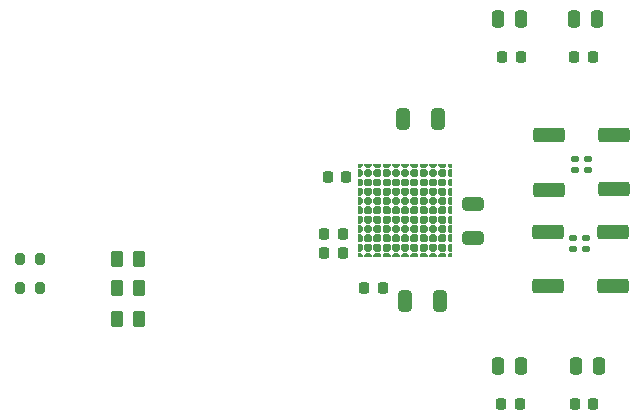
<source format=gbp>
G04 #@! TF.GenerationSoftware,KiCad,Pcbnew,(6.0.1)*
G04 #@! TF.CreationDate,2022-06-09T13:55:52-07:00*
G04 #@! TF.ProjectId,AudioAmpRev1_2,41756469-6f41-46d7-9052-6576315f322e,1.2*
G04 #@! TF.SameCoordinates,Original*
G04 #@! TF.FileFunction,Paste,Bot*
G04 #@! TF.FilePolarity,Positive*
%FSLAX46Y46*%
G04 Gerber Fmt 4.6, Leading zero omitted, Abs format (unit mm)*
G04 Created by KiCad (PCBNEW (6.0.1)) date 2022-06-09 13:55:52*
%MOMM*%
%LPD*%
G01*
G04 APERTURE LIST*
G04 Aperture macros list*
%AMRoundRect*
0 Rectangle with rounded corners*
0 $1 Rounding radius*
0 $2 $3 $4 $5 $6 $7 $8 $9 X,Y pos of 4 corners*
0 Add a 4 corners polygon primitive as box body*
4,1,4,$2,$3,$4,$5,$6,$7,$8,$9,$2,$3,0*
0 Add four circle primitives for the rounded corners*
1,1,$1+$1,$2,$3*
1,1,$1+$1,$4,$5*
1,1,$1+$1,$6,$7*
1,1,$1+$1,$8,$9*
0 Add four rect primitives between the rounded corners*
20,1,$1+$1,$2,$3,$4,$5,0*
20,1,$1+$1,$4,$5,$6,$7,0*
20,1,$1+$1,$6,$7,$8,$9,0*
20,1,$1+$1,$8,$9,$2,$3,0*%
G04 Aperture macros list end*
%ADD10C,0.100000*%
%ADD11RoundRect,0.250000X0.250000X0.475000X-0.250000X0.475000X-0.250000X-0.475000X0.250000X-0.475000X0*%
%ADD12RoundRect,0.225000X0.225000X0.250000X-0.225000X0.250000X-0.225000X-0.250000X0.225000X-0.250000X0*%
%ADD13RoundRect,0.250000X-0.250000X-0.475000X0.250000X-0.475000X0.250000X0.475000X-0.250000X0.475000X0*%
%ADD14RoundRect,0.250000X1.075000X-0.362500X1.075000X0.362500X-1.075000X0.362500X-1.075000X-0.362500X0*%
%ADD15RoundRect,0.250000X0.325000X0.650000X-0.325000X0.650000X-0.325000X-0.650000X0.325000X-0.650000X0*%
%ADD16RoundRect,0.200000X0.200000X0.275000X-0.200000X0.275000X-0.200000X-0.275000X0.200000X-0.275000X0*%
%ADD17RoundRect,0.140000X0.170000X-0.140000X0.170000X0.140000X-0.170000X0.140000X-0.170000X-0.140000X0*%
%ADD18RoundRect,0.250000X-0.262500X-0.450000X0.262500X-0.450000X0.262500X0.450000X-0.262500X0.450000X0*%
%ADD19RoundRect,0.250000X0.650000X-0.325000X0.650000X0.325000X-0.650000X0.325000X-0.650000X-0.325000X0*%
%ADD20RoundRect,0.225000X-0.225000X-0.250000X0.225000X-0.250000X0.225000X0.250000X-0.225000X0.250000X0*%
%ADD21RoundRect,0.140000X-0.170000X0.140000X-0.170000X-0.140000X0.170000X-0.140000X0.170000X0.140000X0*%
%ADD22RoundRect,0.250000X-1.075000X0.362500X-1.075000X-0.362500X1.075000X-0.362500X1.075000X0.362500X0*%
G04 APERTURE END LIST*
D10*
X130701879Y-101171400D02*
X130843300Y-101312821D01*
X130843300Y-101312821D02*
X130843300Y-101617379D01*
X130843300Y-101617379D02*
X130701879Y-101758800D01*
X130701879Y-101758800D02*
X130397321Y-101758800D01*
X130397321Y-101758800D02*
X130255900Y-101617379D01*
X130255900Y-101617379D02*
X130255900Y-101312821D01*
X130255900Y-101312821D02*
X130397321Y-101171400D01*
X130397321Y-101171400D02*
X130701879Y-101171400D01*
G36*
X130843300Y-101312821D02*
G01*
X130843300Y-101617379D01*
X130701879Y-101758800D01*
X130397321Y-101758800D01*
X130255900Y-101617379D01*
X130255900Y-101312821D01*
X130397321Y-101171400D01*
X130701879Y-101171400D01*
X130843300Y-101312821D01*
G37*
X130843300Y-101312821D02*
X130843300Y-101617379D01*
X130701879Y-101758800D01*
X130397321Y-101758800D01*
X130255900Y-101617379D01*
X130255900Y-101312821D01*
X130397321Y-101171400D01*
X130701879Y-101171400D01*
X130843300Y-101312821D01*
X130701879Y-102746200D02*
X130843300Y-102887621D01*
X130843300Y-102887621D02*
X130843300Y-103192179D01*
X130843300Y-103192179D02*
X130701879Y-103333600D01*
X130701879Y-103333600D02*
X130397321Y-103333600D01*
X130397321Y-103333600D02*
X130255900Y-103192179D01*
X130255900Y-103192179D02*
X130255900Y-102887621D01*
X130255900Y-102887621D02*
X130397321Y-102746200D01*
X130397321Y-102746200D02*
X130701879Y-102746200D01*
G36*
X130843300Y-102887621D02*
G01*
X130843300Y-103192179D01*
X130701879Y-103333600D01*
X130397321Y-103333600D01*
X130255900Y-103192179D01*
X130255900Y-102887621D01*
X130397321Y-102746200D01*
X130701879Y-102746200D01*
X130843300Y-102887621D01*
G37*
X130843300Y-102887621D02*
X130843300Y-103192179D01*
X130701879Y-103333600D01*
X130397321Y-103333600D01*
X130255900Y-103192179D01*
X130255900Y-102887621D01*
X130397321Y-102746200D01*
X130701879Y-102746200D01*
X130843300Y-102887621D01*
X131489279Y-105895800D02*
X131630700Y-106037221D01*
X131630700Y-106037221D02*
X131630700Y-106177570D01*
X131630700Y-106177570D02*
X131043300Y-106177570D01*
X131043300Y-106177570D02*
X131043300Y-106037221D01*
X131043300Y-106037221D02*
X131184721Y-105895800D01*
X131184721Y-105895800D02*
X131489279Y-105895800D01*
G36*
X131630700Y-106037221D02*
G01*
X131630700Y-106177570D01*
X131043300Y-106177570D01*
X131043300Y-106037221D01*
X131184721Y-105895800D01*
X131489279Y-105895800D01*
X131630700Y-106037221D01*
G37*
X131630700Y-106037221D02*
X131630700Y-106177570D01*
X131043300Y-106177570D01*
X131043300Y-106037221D01*
X131184721Y-105895800D01*
X131489279Y-105895800D01*
X131630700Y-106037221D01*
X129914479Y-105108400D02*
X130055900Y-105249821D01*
X130055900Y-105249821D02*
X130055900Y-105554379D01*
X130055900Y-105554379D02*
X129914479Y-105695800D01*
X129914479Y-105695800D02*
X129609921Y-105695800D01*
X129609921Y-105695800D02*
X129468500Y-105554379D01*
X129468500Y-105554379D02*
X129468500Y-105249821D01*
X129468500Y-105249821D02*
X129609921Y-105108400D01*
X129609921Y-105108400D02*
X129914479Y-105108400D01*
G36*
X130055900Y-105249821D02*
G01*
X130055900Y-105554379D01*
X129914479Y-105695800D01*
X129609921Y-105695800D01*
X129468500Y-105554379D01*
X129468500Y-105249821D01*
X129609921Y-105108400D01*
X129914479Y-105108400D01*
X130055900Y-105249821D01*
G37*
X130055900Y-105249821D02*
X130055900Y-105554379D01*
X129914479Y-105695800D01*
X129609921Y-105695800D01*
X129468500Y-105554379D01*
X129468500Y-105249821D01*
X129609921Y-105108400D01*
X129914479Y-105108400D01*
X130055900Y-105249821D01*
X134638879Y-101171400D02*
X134780300Y-101312821D01*
X134780300Y-101312821D02*
X134780300Y-101617379D01*
X134780300Y-101617379D02*
X134638879Y-101758800D01*
X134638879Y-101758800D02*
X134334321Y-101758800D01*
X134334321Y-101758800D02*
X134192900Y-101617379D01*
X134192900Y-101617379D02*
X134192900Y-101312821D01*
X134192900Y-101312821D02*
X134334321Y-101171400D01*
X134334321Y-101171400D02*
X134638879Y-101171400D01*
G36*
X134780300Y-101312821D02*
G01*
X134780300Y-101617379D01*
X134638879Y-101758800D01*
X134334321Y-101758800D01*
X134192900Y-101617379D01*
X134192900Y-101312821D01*
X134334321Y-101171400D01*
X134638879Y-101171400D01*
X134780300Y-101312821D01*
G37*
X134780300Y-101312821D02*
X134780300Y-101617379D01*
X134638879Y-101758800D01*
X134334321Y-101758800D01*
X134192900Y-101617379D01*
X134192900Y-101312821D01*
X134334321Y-101171400D01*
X134638879Y-101171400D01*
X134780300Y-101312821D01*
X135262070Y-104321000D02*
X135262070Y-104908400D01*
X135262070Y-104908400D02*
X135121721Y-104908400D01*
X135121721Y-104908400D02*
X134980300Y-104766979D01*
X134980300Y-104766979D02*
X134980300Y-104462421D01*
X134980300Y-104462421D02*
X135121721Y-104321000D01*
X135121721Y-104321000D02*
X135262070Y-104321000D01*
G36*
X135262070Y-104908400D02*
G01*
X135121721Y-104908400D01*
X134980300Y-104766979D01*
X134980300Y-104462421D01*
X135121721Y-104321000D01*
X135262070Y-104321000D01*
X135262070Y-104908400D01*
G37*
X135262070Y-104908400D02*
X135121721Y-104908400D01*
X134980300Y-104766979D01*
X134980300Y-104462421D01*
X135121721Y-104321000D01*
X135262070Y-104321000D01*
X135262070Y-104908400D01*
X128339679Y-105895800D02*
X128481100Y-106037221D01*
X128481100Y-106037221D02*
X128481100Y-106177570D01*
X128481100Y-106177570D02*
X127893700Y-106177570D01*
X127893700Y-106177570D02*
X127893700Y-106037221D01*
X127893700Y-106037221D02*
X128035121Y-105895800D01*
X128035121Y-105895800D02*
X128339679Y-105895800D01*
G36*
X128481100Y-106037221D02*
G01*
X128481100Y-106177570D01*
X127893700Y-106177570D01*
X127893700Y-106037221D01*
X128035121Y-105895800D01*
X128339679Y-105895800D01*
X128481100Y-106037221D01*
G37*
X128481100Y-106037221D02*
X128481100Y-106177570D01*
X127893700Y-106177570D01*
X127893700Y-106037221D01*
X128035121Y-105895800D01*
X128339679Y-105895800D01*
X128481100Y-106037221D01*
X127552279Y-98809200D02*
X127693700Y-98950621D01*
X127693700Y-98950621D02*
X127693700Y-99255179D01*
X127693700Y-99255179D02*
X127552279Y-99396600D01*
X127552279Y-99396600D02*
X127411930Y-99396600D01*
X127411930Y-99396600D02*
X127411930Y-98809200D01*
X127411930Y-98809200D02*
X127552279Y-98809200D01*
G36*
X127693700Y-98950621D02*
G01*
X127693700Y-99255179D01*
X127552279Y-99396600D01*
X127411930Y-99396600D01*
X127411930Y-98809200D01*
X127552279Y-98809200D01*
X127693700Y-98950621D01*
G37*
X127693700Y-98950621D02*
X127693700Y-99255179D01*
X127552279Y-99396600D01*
X127411930Y-99396600D01*
X127411930Y-98809200D01*
X127552279Y-98809200D01*
X127693700Y-98950621D01*
X129268500Y-98327430D02*
X129268500Y-98467779D01*
X129268500Y-98467779D02*
X129127079Y-98609200D01*
X129127079Y-98609200D02*
X128822521Y-98609200D01*
X128822521Y-98609200D02*
X128681100Y-98467779D01*
X128681100Y-98467779D02*
X128681100Y-98327430D01*
X128681100Y-98327430D02*
X129268500Y-98327430D01*
G36*
X129268500Y-98467779D02*
G01*
X129127079Y-98609200D01*
X128822521Y-98609200D01*
X128681100Y-98467779D01*
X128681100Y-98327430D01*
X129268500Y-98327430D01*
X129268500Y-98467779D01*
G37*
X129268500Y-98467779D02*
X129127079Y-98609200D01*
X128822521Y-98609200D01*
X128681100Y-98467779D01*
X128681100Y-98327430D01*
X129268500Y-98327430D01*
X129268500Y-98467779D01*
X133064079Y-101958800D02*
X133205500Y-102100221D01*
X133205500Y-102100221D02*
X133205500Y-102404779D01*
X133205500Y-102404779D02*
X133064079Y-102546200D01*
X133064079Y-102546200D02*
X132759521Y-102546200D01*
X132759521Y-102546200D02*
X132618100Y-102404779D01*
X132618100Y-102404779D02*
X132618100Y-102100221D01*
X132618100Y-102100221D02*
X132759521Y-101958800D01*
X132759521Y-101958800D02*
X133064079Y-101958800D01*
G36*
X133205500Y-102100221D02*
G01*
X133205500Y-102404779D01*
X133064079Y-102546200D01*
X132759521Y-102546200D01*
X132618100Y-102404779D01*
X132618100Y-102100221D01*
X132759521Y-101958800D01*
X133064079Y-101958800D01*
X133205500Y-102100221D01*
G37*
X133205500Y-102100221D02*
X133205500Y-102404779D01*
X133064079Y-102546200D01*
X132759521Y-102546200D01*
X132618100Y-102404779D01*
X132618100Y-102100221D01*
X132759521Y-101958800D01*
X133064079Y-101958800D01*
X133205500Y-102100221D01*
X134638879Y-105895800D02*
X134780300Y-106037221D01*
X134780300Y-106037221D02*
X134780300Y-106177570D01*
X134780300Y-106177570D02*
X134192900Y-106177570D01*
X134192900Y-106177570D02*
X134192900Y-106037221D01*
X134192900Y-106037221D02*
X134334321Y-105895800D01*
X134334321Y-105895800D02*
X134638879Y-105895800D01*
G36*
X134780300Y-106037221D02*
G01*
X134780300Y-106177570D01*
X134192900Y-106177570D01*
X134192900Y-106037221D01*
X134334321Y-105895800D01*
X134638879Y-105895800D01*
X134780300Y-106037221D01*
G37*
X134780300Y-106037221D02*
X134780300Y-106177570D01*
X134192900Y-106177570D01*
X134192900Y-106037221D01*
X134334321Y-105895800D01*
X134638879Y-105895800D01*
X134780300Y-106037221D01*
X129914479Y-100384000D02*
X130055900Y-100525421D01*
X130055900Y-100525421D02*
X130055900Y-100829979D01*
X130055900Y-100829979D02*
X129914479Y-100971400D01*
X129914479Y-100971400D02*
X129609921Y-100971400D01*
X129609921Y-100971400D02*
X129468500Y-100829979D01*
X129468500Y-100829979D02*
X129468500Y-100525421D01*
X129468500Y-100525421D02*
X129609921Y-100384000D01*
X129609921Y-100384000D02*
X129914479Y-100384000D01*
G36*
X130055900Y-100525421D02*
G01*
X130055900Y-100829979D01*
X129914479Y-100971400D01*
X129609921Y-100971400D01*
X129468500Y-100829979D01*
X129468500Y-100525421D01*
X129609921Y-100384000D01*
X129914479Y-100384000D01*
X130055900Y-100525421D01*
G37*
X130055900Y-100525421D02*
X130055900Y-100829979D01*
X129914479Y-100971400D01*
X129609921Y-100971400D01*
X129468500Y-100829979D01*
X129468500Y-100525421D01*
X129609921Y-100384000D01*
X129914479Y-100384000D01*
X130055900Y-100525421D01*
X129127079Y-98809200D02*
X129268500Y-98950621D01*
X129268500Y-98950621D02*
X129268500Y-99255179D01*
X129268500Y-99255179D02*
X129127079Y-99396600D01*
X129127079Y-99396600D02*
X128822521Y-99396600D01*
X128822521Y-99396600D02*
X128681100Y-99255179D01*
X128681100Y-99255179D02*
X128681100Y-98950621D01*
X128681100Y-98950621D02*
X128822521Y-98809200D01*
X128822521Y-98809200D02*
X129127079Y-98809200D01*
G36*
X129268500Y-98950621D02*
G01*
X129268500Y-99255179D01*
X129127079Y-99396600D01*
X128822521Y-99396600D01*
X128681100Y-99255179D01*
X128681100Y-98950621D01*
X128822521Y-98809200D01*
X129127079Y-98809200D01*
X129268500Y-98950621D01*
G37*
X129268500Y-98950621D02*
X129268500Y-99255179D01*
X129127079Y-99396600D01*
X128822521Y-99396600D01*
X128681100Y-99255179D01*
X128681100Y-98950621D01*
X128822521Y-98809200D01*
X129127079Y-98809200D01*
X129268500Y-98950621D01*
X133851479Y-101958800D02*
X133992900Y-102100221D01*
X133992900Y-102100221D02*
X133992900Y-102404779D01*
X133992900Y-102404779D02*
X133851479Y-102546200D01*
X133851479Y-102546200D02*
X133546921Y-102546200D01*
X133546921Y-102546200D02*
X133405500Y-102404779D01*
X133405500Y-102404779D02*
X133405500Y-102100221D01*
X133405500Y-102100221D02*
X133546921Y-101958800D01*
X133546921Y-101958800D02*
X133851479Y-101958800D01*
G36*
X133992900Y-102100221D02*
G01*
X133992900Y-102404779D01*
X133851479Y-102546200D01*
X133546921Y-102546200D01*
X133405500Y-102404779D01*
X133405500Y-102100221D01*
X133546921Y-101958800D01*
X133851479Y-101958800D01*
X133992900Y-102100221D01*
G37*
X133992900Y-102100221D02*
X133992900Y-102404779D01*
X133851479Y-102546200D01*
X133546921Y-102546200D01*
X133405500Y-102404779D01*
X133405500Y-102100221D01*
X133546921Y-101958800D01*
X133851479Y-101958800D01*
X133992900Y-102100221D01*
X129127079Y-101958800D02*
X129268500Y-102100221D01*
X129268500Y-102100221D02*
X129268500Y-102404779D01*
X129268500Y-102404779D02*
X129127079Y-102546200D01*
X129127079Y-102546200D02*
X128822521Y-102546200D01*
X128822521Y-102546200D02*
X128681100Y-102404779D01*
X128681100Y-102404779D02*
X128681100Y-102100221D01*
X128681100Y-102100221D02*
X128822521Y-101958800D01*
X128822521Y-101958800D02*
X129127079Y-101958800D01*
G36*
X129268500Y-102100221D02*
G01*
X129268500Y-102404779D01*
X129127079Y-102546200D01*
X128822521Y-102546200D01*
X128681100Y-102404779D01*
X128681100Y-102100221D01*
X128822521Y-101958800D01*
X129127079Y-101958800D01*
X129268500Y-102100221D01*
G37*
X129268500Y-102100221D02*
X129268500Y-102404779D01*
X129127079Y-102546200D01*
X128822521Y-102546200D01*
X128681100Y-102404779D01*
X128681100Y-102100221D01*
X128822521Y-101958800D01*
X129127079Y-101958800D01*
X129268500Y-102100221D01*
X132276679Y-104321000D02*
X132418100Y-104462421D01*
X132418100Y-104462421D02*
X132418100Y-104766979D01*
X132418100Y-104766979D02*
X132276679Y-104908400D01*
X132276679Y-104908400D02*
X131972121Y-104908400D01*
X131972121Y-104908400D02*
X131830700Y-104766979D01*
X131830700Y-104766979D02*
X131830700Y-104462421D01*
X131830700Y-104462421D02*
X131972121Y-104321000D01*
X131972121Y-104321000D02*
X132276679Y-104321000D01*
G36*
X132418100Y-104462421D02*
G01*
X132418100Y-104766979D01*
X132276679Y-104908400D01*
X131972121Y-104908400D01*
X131830700Y-104766979D01*
X131830700Y-104462421D01*
X131972121Y-104321000D01*
X132276679Y-104321000D01*
X132418100Y-104462421D01*
G37*
X132418100Y-104462421D02*
X132418100Y-104766979D01*
X132276679Y-104908400D01*
X131972121Y-104908400D01*
X131830700Y-104766979D01*
X131830700Y-104462421D01*
X131972121Y-104321000D01*
X132276679Y-104321000D01*
X132418100Y-104462421D01*
X133064079Y-100384000D02*
X133205500Y-100525421D01*
X133205500Y-100525421D02*
X133205500Y-100829979D01*
X133205500Y-100829979D02*
X133064079Y-100971400D01*
X133064079Y-100971400D02*
X132759521Y-100971400D01*
X132759521Y-100971400D02*
X132618100Y-100829979D01*
X132618100Y-100829979D02*
X132618100Y-100525421D01*
X132618100Y-100525421D02*
X132759521Y-100384000D01*
X132759521Y-100384000D02*
X133064079Y-100384000D01*
G36*
X133205500Y-100525421D02*
G01*
X133205500Y-100829979D01*
X133064079Y-100971400D01*
X132759521Y-100971400D01*
X132618100Y-100829979D01*
X132618100Y-100525421D01*
X132759521Y-100384000D01*
X133064079Y-100384000D01*
X133205500Y-100525421D01*
G37*
X133205500Y-100525421D02*
X133205500Y-100829979D01*
X133064079Y-100971400D01*
X132759521Y-100971400D01*
X132618100Y-100829979D01*
X132618100Y-100525421D01*
X132759521Y-100384000D01*
X133064079Y-100384000D01*
X133205500Y-100525421D01*
X135262070Y-101171400D02*
X135262070Y-101758800D01*
X135262070Y-101758800D02*
X135121721Y-101758800D01*
X135121721Y-101758800D02*
X134980300Y-101617379D01*
X134980300Y-101617379D02*
X134980300Y-101312821D01*
X134980300Y-101312821D02*
X135121721Y-101171400D01*
X135121721Y-101171400D02*
X135262070Y-101171400D01*
G36*
X135262070Y-101758800D02*
G01*
X135121721Y-101758800D01*
X134980300Y-101617379D01*
X134980300Y-101312821D01*
X135121721Y-101171400D01*
X135262070Y-101171400D01*
X135262070Y-101758800D01*
G37*
X135262070Y-101758800D02*
X135121721Y-101758800D01*
X134980300Y-101617379D01*
X134980300Y-101312821D01*
X135121721Y-101171400D01*
X135262070Y-101171400D01*
X135262070Y-101758800D01*
X129127079Y-100384000D02*
X129268500Y-100525421D01*
X129268500Y-100525421D02*
X129268500Y-100829979D01*
X129268500Y-100829979D02*
X129127079Y-100971400D01*
X129127079Y-100971400D02*
X128822521Y-100971400D01*
X128822521Y-100971400D02*
X128681100Y-100829979D01*
X128681100Y-100829979D02*
X128681100Y-100525421D01*
X128681100Y-100525421D02*
X128822521Y-100384000D01*
X128822521Y-100384000D02*
X129127079Y-100384000D01*
G36*
X129268500Y-100525421D02*
G01*
X129268500Y-100829979D01*
X129127079Y-100971400D01*
X128822521Y-100971400D01*
X128681100Y-100829979D01*
X128681100Y-100525421D01*
X128822521Y-100384000D01*
X129127079Y-100384000D01*
X129268500Y-100525421D01*
G37*
X129268500Y-100525421D02*
X129268500Y-100829979D01*
X129127079Y-100971400D01*
X128822521Y-100971400D01*
X128681100Y-100829979D01*
X128681100Y-100525421D01*
X128822521Y-100384000D01*
X129127079Y-100384000D01*
X129268500Y-100525421D01*
X127552279Y-102746200D02*
X127693700Y-102887621D01*
X127693700Y-102887621D02*
X127693700Y-103192179D01*
X127693700Y-103192179D02*
X127552279Y-103333600D01*
X127552279Y-103333600D02*
X127411930Y-103333600D01*
X127411930Y-103333600D02*
X127411930Y-102746200D01*
X127411930Y-102746200D02*
X127552279Y-102746200D01*
G36*
X127693700Y-102887621D02*
G01*
X127693700Y-103192179D01*
X127552279Y-103333600D01*
X127411930Y-103333600D01*
X127411930Y-102746200D01*
X127552279Y-102746200D01*
X127693700Y-102887621D01*
G37*
X127693700Y-102887621D02*
X127693700Y-103192179D01*
X127552279Y-103333600D01*
X127411930Y-103333600D01*
X127411930Y-102746200D01*
X127552279Y-102746200D01*
X127693700Y-102887621D01*
X134638879Y-102746200D02*
X134780300Y-102887621D01*
X134780300Y-102887621D02*
X134780300Y-103192179D01*
X134780300Y-103192179D02*
X134638879Y-103333600D01*
X134638879Y-103333600D02*
X134334321Y-103333600D01*
X134334321Y-103333600D02*
X134192900Y-103192179D01*
X134192900Y-103192179D02*
X134192900Y-102887621D01*
X134192900Y-102887621D02*
X134334321Y-102746200D01*
X134334321Y-102746200D02*
X134638879Y-102746200D01*
G36*
X134780300Y-102887621D02*
G01*
X134780300Y-103192179D01*
X134638879Y-103333600D01*
X134334321Y-103333600D01*
X134192900Y-103192179D01*
X134192900Y-102887621D01*
X134334321Y-102746200D01*
X134638879Y-102746200D01*
X134780300Y-102887621D01*
G37*
X134780300Y-102887621D02*
X134780300Y-103192179D01*
X134638879Y-103333600D01*
X134334321Y-103333600D01*
X134192900Y-103192179D01*
X134192900Y-102887621D01*
X134334321Y-102746200D01*
X134638879Y-102746200D01*
X134780300Y-102887621D01*
X128339679Y-100384000D02*
X128481100Y-100525421D01*
X128481100Y-100525421D02*
X128481100Y-100829979D01*
X128481100Y-100829979D02*
X128339679Y-100971400D01*
X128339679Y-100971400D02*
X128035121Y-100971400D01*
X128035121Y-100971400D02*
X127893700Y-100829979D01*
X127893700Y-100829979D02*
X127893700Y-100525421D01*
X127893700Y-100525421D02*
X128035121Y-100384000D01*
X128035121Y-100384000D02*
X128339679Y-100384000D01*
G36*
X128481100Y-100525421D02*
G01*
X128481100Y-100829979D01*
X128339679Y-100971400D01*
X128035121Y-100971400D01*
X127893700Y-100829979D01*
X127893700Y-100525421D01*
X128035121Y-100384000D01*
X128339679Y-100384000D01*
X128481100Y-100525421D01*
G37*
X128481100Y-100525421D02*
X128481100Y-100829979D01*
X128339679Y-100971400D01*
X128035121Y-100971400D01*
X127893700Y-100829979D01*
X127893700Y-100525421D01*
X128035121Y-100384000D01*
X128339679Y-100384000D01*
X128481100Y-100525421D01*
X133064079Y-102746200D02*
X133205500Y-102887621D01*
X133205500Y-102887621D02*
X133205500Y-103192179D01*
X133205500Y-103192179D02*
X133064079Y-103333600D01*
X133064079Y-103333600D02*
X132759521Y-103333600D01*
X132759521Y-103333600D02*
X132618100Y-103192179D01*
X132618100Y-103192179D02*
X132618100Y-102887621D01*
X132618100Y-102887621D02*
X132759521Y-102746200D01*
X132759521Y-102746200D02*
X133064079Y-102746200D01*
G36*
X133205500Y-102887621D02*
G01*
X133205500Y-103192179D01*
X133064079Y-103333600D01*
X132759521Y-103333600D01*
X132618100Y-103192179D01*
X132618100Y-102887621D01*
X132759521Y-102746200D01*
X133064079Y-102746200D01*
X133205500Y-102887621D01*
G37*
X133205500Y-102887621D02*
X133205500Y-103192179D01*
X133064079Y-103333600D01*
X132759521Y-103333600D01*
X132618100Y-103192179D01*
X132618100Y-102887621D01*
X132759521Y-102746200D01*
X133064079Y-102746200D01*
X133205500Y-102887621D01*
X133851479Y-98809200D02*
X133992900Y-98950621D01*
X133992900Y-98950621D02*
X133992900Y-99255179D01*
X133992900Y-99255179D02*
X133851479Y-99396600D01*
X133851479Y-99396600D02*
X133546921Y-99396600D01*
X133546921Y-99396600D02*
X133405500Y-99255179D01*
X133405500Y-99255179D02*
X133405500Y-98950621D01*
X133405500Y-98950621D02*
X133546921Y-98809200D01*
X133546921Y-98809200D02*
X133851479Y-98809200D01*
G36*
X133992900Y-98950621D02*
G01*
X133992900Y-99255179D01*
X133851479Y-99396600D01*
X133546921Y-99396600D01*
X133405500Y-99255179D01*
X133405500Y-98950621D01*
X133546921Y-98809200D01*
X133851479Y-98809200D01*
X133992900Y-98950621D01*
G37*
X133992900Y-98950621D02*
X133992900Y-99255179D01*
X133851479Y-99396600D01*
X133546921Y-99396600D01*
X133405500Y-99255179D01*
X133405500Y-98950621D01*
X133546921Y-98809200D01*
X133851479Y-98809200D01*
X133992900Y-98950621D01*
X132276679Y-105895800D02*
X132418100Y-106037221D01*
X132418100Y-106037221D02*
X132418100Y-106177570D01*
X132418100Y-106177570D02*
X131830700Y-106177570D01*
X131830700Y-106177570D02*
X131830700Y-106037221D01*
X131830700Y-106037221D02*
X131972121Y-105895800D01*
X131972121Y-105895800D02*
X132276679Y-105895800D01*
G36*
X132418100Y-106037221D02*
G01*
X132418100Y-106177570D01*
X131830700Y-106177570D01*
X131830700Y-106037221D01*
X131972121Y-105895800D01*
X132276679Y-105895800D01*
X132418100Y-106037221D01*
G37*
X132418100Y-106037221D02*
X132418100Y-106177570D01*
X131830700Y-106177570D01*
X131830700Y-106037221D01*
X131972121Y-105895800D01*
X132276679Y-105895800D01*
X132418100Y-106037221D01*
X135262070Y-103533600D02*
X135262070Y-104121000D01*
X135262070Y-104121000D02*
X135121721Y-104121000D01*
X135121721Y-104121000D02*
X134980300Y-103979579D01*
X134980300Y-103979579D02*
X134980300Y-103675021D01*
X134980300Y-103675021D02*
X135121721Y-103533600D01*
X135121721Y-103533600D02*
X135262070Y-103533600D01*
G36*
X135262070Y-104121000D02*
G01*
X135121721Y-104121000D01*
X134980300Y-103979579D01*
X134980300Y-103675021D01*
X135121721Y-103533600D01*
X135262070Y-103533600D01*
X135262070Y-104121000D01*
G37*
X135262070Y-104121000D02*
X135121721Y-104121000D01*
X134980300Y-103979579D01*
X134980300Y-103675021D01*
X135121721Y-103533600D01*
X135262070Y-103533600D01*
X135262070Y-104121000D01*
X129127079Y-103533600D02*
X129268500Y-103675021D01*
X129268500Y-103675021D02*
X129268500Y-103979579D01*
X129268500Y-103979579D02*
X129127079Y-104121000D01*
X129127079Y-104121000D02*
X128822521Y-104121000D01*
X128822521Y-104121000D02*
X128681100Y-103979579D01*
X128681100Y-103979579D02*
X128681100Y-103675021D01*
X128681100Y-103675021D02*
X128822521Y-103533600D01*
X128822521Y-103533600D02*
X129127079Y-103533600D01*
G36*
X129268500Y-103675021D02*
G01*
X129268500Y-103979579D01*
X129127079Y-104121000D01*
X128822521Y-104121000D01*
X128681100Y-103979579D01*
X128681100Y-103675021D01*
X128822521Y-103533600D01*
X129127079Y-103533600D01*
X129268500Y-103675021D01*
G37*
X129268500Y-103675021D02*
X129268500Y-103979579D01*
X129127079Y-104121000D01*
X128822521Y-104121000D01*
X128681100Y-103979579D01*
X128681100Y-103675021D01*
X128822521Y-103533600D01*
X129127079Y-103533600D01*
X129268500Y-103675021D01*
X133064079Y-105895800D02*
X133205500Y-106037221D01*
X133205500Y-106037221D02*
X133205500Y-106177570D01*
X133205500Y-106177570D02*
X132618100Y-106177570D01*
X132618100Y-106177570D02*
X132618100Y-106037221D01*
X132618100Y-106037221D02*
X132759521Y-105895800D01*
X132759521Y-105895800D02*
X133064079Y-105895800D01*
G36*
X133205500Y-106037221D02*
G01*
X133205500Y-106177570D01*
X132618100Y-106177570D01*
X132618100Y-106037221D01*
X132759521Y-105895800D01*
X133064079Y-105895800D01*
X133205500Y-106037221D01*
G37*
X133205500Y-106037221D02*
X133205500Y-106177570D01*
X132618100Y-106177570D01*
X132618100Y-106037221D01*
X132759521Y-105895800D01*
X133064079Y-105895800D01*
X133205500Y-106037221D01*
X128339679Y-104321000D02*
X128481100Y-104462421D01*
X128481100Y-104462421D02*
X128481100Y-104766979D01*
X128481100Y-104766979D02*
X128339679Y-104908400D01*
X128339679Y-104908400D02*
X128035121Y-104908400D01*
X128035121Y-104908400D02*
X127893700Y-104766979D01*
X127893700Y-104766979D02*
X127893700Y-104462421D01*
X127893700Y-104462421D02*
X128035121Y-104321000D01*
X128035121Y-104321000D02*
X128339679Y-104321000D01*
G36*
X128481100Y-104462421D02*
G01*
X128481100Y-104766979D01*
X128339679Y-104908400D01*
X128035121Y-104908400D01*
X127893700Y-104766979D01*
X127893700Y-104462421D01*
X128035121Y-104321000D01*
X128339679Y-104321000D01*
X128481100Y-104462421D01*
G37*
X128481100Y-104462421D02*
X128481100Y-104766979D01*
X128339679Y-104908400D01*
X128035121Y-104908400D01*
X127893700Y-104766979D01*
X127893700Y-104462421D01*
X128035121Y-104321000D01*
X128339679Y-104321000D01*
X128481100Y-104462421D01*
X134780300Y-98327430D02*
X134780300Y-98467779D01*
X134780300Y-98467779D02*
X134638879Y-98609200D01*
X134638879Y-98609200D02*
X134334321Y-98609200D01*
X134334321Y-98609200D02*
X134192900Y-98467779D01*
X134192900Y-98467779D02*
X134192900Y-98327430D01*
X134192900Y-98327430D02*
X134780300Y-98327430D01*
G36*
X134780300Y-98467779D02*
G01*
X134638879Y-98609200D01*
X134334321Y-98609200D01*
X134192900Y-98467779D01*
X134192900Y-98327430D01*
X134780300Y-98327430D01*
X134780300Y-98467779D01*
G37*
X134780300Y-98467779D02*
X134638879Y-98609200D01*
X134334321Y-98609200D01*
X134192900Y-98467779D01*
X134192900Y-98327430D01*
X134780300Y-98327430D01*
X134780300Y-98467779D01*
X129127079Y-102746200D02*
X129268500Y-102887621D01*
X129268500Y-102887621D02*
X129268500Y-103192179D01*
X129268500Y-103192179D02*
X129127079Y-103333600D01*
X129127079Y-103333600D02*
X128822521Y-103333600D01*
X128822521Y-103333600D02*
X128681100Y-103192179D01*
X128681100Y-103192179D02*
X128681100Y-102887621D01*
X128681100Y-102887621D02*
X128822521Y-102746200D01*
X128822521Y-102746200D02*
X129127079Y-102746200D01*
G36*
X129268500Y-102887621D02*
G01*
X129268500Y-103192179D01*
X129127079Y-103333600D01*
X128822521Y-103333600D01*
X128681100Y-103192179D01*
X128681100Y-102887621D01*
X128822521Y-102746200D01*
X129127079Y-102746200D01*
X129268500Y-102887621D01*
G37*
X129268500Y-102887621D02*
X129268500Y-103192179D01*
X129127079Y-103333600D01*
X128822521Y-103333600D01*
X128681100Y-103192179D01*
X128681100Y-102887621D01*
X128822521Y-102746200D01*
X129127079Y-102746200D01*
X129268500Y-102887621D01*
X127552279Y-105895800D02*
X127693700Y-106037221D01*
X127693700Y-106037221D02*
X127693700Y-106177570D01*
X127693700Y-106177570D02*
X127411930Y-106177570D01*
X127411930Y-106177570D02*
X127411930Y-105895800D01*
X127411930Y-105895800D02*
X127552279Y-105895800D01*
G36*
X127693700Y-106037221D02*
G01*
X127693700Y-106177570D01*
X127411930Y-106177570D01*
X127411930Y-105895800D01*
X127552279Y-105895800D01*
X127693700Y-106037221D01*
G37*
X127693700Y-106037221D02*
X127693700Y-106177570D01*
X127411930Y-106177570D01*
X127411930Y-105895800D01*
X127552279Y-105895800D01*
X127693700Y-106037221D01*
X128481100Y-98327430D02*
X128481100Y-98467779D01*
X128481100Y-98467779D02*
X128339679Y-98609200D01*
X128339679Y-98609200D02*
X128035121Y-98609200D01*
X128035121Y-98609200D02*
X127893700Y-98467779D01*
X127893700Y-98467779D02*
X127893700Y-98327430D01*
X127893700Y-98327430D02*
X128481100Y-98327430D01*
G36*
X128481100Y-98467779D02*
G01*
X128339679Y-98609200D01*
X128035121Y-98609200D01*
X127893700Y-98467779D01*
X127893700Y-98327430D01*
X128481100Y-98327430D01*
X128481100Y-98467779D01*
G37*
X128481100Y-98467779D02*
X128339679Y-98609200D01*
X128035121Y-98609200D01*
X127893700Y-98467779D01*
X127893700Y-98327430D01*
X128481100Y-98327430D01*
X128481100Y-98467779D01*
X130701879Y-98809200D02*
X130843300Y-98950621D01*
X130843300Y-98950621D02*
X130843300Y-99255179D01*
X130843300Y-99255179D02*
X130701879Y-99396600D01*
X130701879Y-99396600D02*
X130397321Y-99396600D01*
X130397321Y-99396600D02*
X130255900Y-99255179D01*
X130255900Y-99255179D02*
X130255900Y-98950621D01*
X130255900Y-98950621D02*
X130397321Y-98809200D01*
X130397321Y-98809200D02*
X130701879Y-98809200D01*
G36*
X130843300Y-98950621D02*
G01*
X130843300Y-99255179D01*
X130701879Y-99396600D01*
X130397321Y-99396600D01*
X130255900Y-99255179D01*
X130255900Y-98950621D01*
X130397321Y-98809200D01*
X130701879Y-98809200D01*
X130843300Y-98950621D01*
G37*
X130843300Y-98950621D02*
X130843300Y-99255179D01*
X130701879Y-99396600D01*
X130397321Y-99396600D01*
X130255900Y-99255179D01*
X130255900Y-98950621D01*
X130397321Y-98809200D01*
X130701879Y-98809200D01*
X130843300Y-98950621D01*
X129914479Y-101171400D02*
X130055900Y-101312821D01*
X130055900Y-101312821D02*
X130055900Y-101617379D01*
X130055900Y-101617379D02*
X129914479Y-101758800D01*
X129914479Y-101758800D02*
X129609921Y-101758800D01*
X129609921Y-101758800D02*
X129468500Y-101617379D01*
X129468500Y-101617379D02*
X129468500Y-101312821D01*
X129468500Y-101312821D02*
X129609921Y-101171400D01*
X129609921Y-101171400D02*
X129914479Y-101171400D01*
G36*
X130055900Y-101312821D02*
G01*
X130055900Y-101617379D01*
X129914479Y-101758800D01*
X129609921Y-101758800D01*
X129468500Y-101617379D01*
X129468500Y-101312821D01*
X129609921Y-101171400D01*
X129914479Y-101171400D01*
X130055900Y-101312821D01*
G37*
X130055900Y-101312821D02*
X130055900Y-101617379D01*
X129914479Y-101758800D01*
X129609921Y-101758800D01*
X129468500Y-101617379D01*
X129468500Y-101312821D01*
X129609921Y-101171400D01*
X129914479Y-101171400D01*
X130055900Y-101312821D01*
X129914479Y-98809200D02*
X130055900Y-98950621D01*
X130055900Y-98950621D02*
X130055900Y-99255179D01*
X130055900Y-99255179D02*
X129914479Y-99396600D01*
X129914479Y-99396600D02*
X129609921Y-99396600D01*
X129609921Y-99396600D02*
X129468500Y-99255179D01*
X129468500Y-99255179D02*
X129468500Y-98950621D01*
X129468500Y-98950621D02*
X129609921Y-98809200D01*
X129609921Y-98809200D02*
X129914479Y-98809200D01*
G36*
X130055900Y-98950621D02*
G01*
X130055900Y-99255179D01*
X129914479Y-99396600D01*
X129609921Y-99396600D01*
X129468500Y-99255179D01*
X129468500Y-98950621D01*
X129609921Y-98809200D01*
X129914479Y-98809200D01*
X130055900Y-98950621D01*
G37*
X130055900Y-98950621D02*
X130055900Y-99255179D01*
X129914479Y-99396600D01*
X129609921Y-99396600D01*
X129468500Y-99255179D01*
X129468500Y-98950621D01*
X129609921Y-98809200D01*
X129914479Y-98809200D01*
X130055900Y-98950621D01*
X133064079Y-105108400D02*
X133205500Y-105249821D01*
X133205500Y-105249821D02*
X133205500Y-105554379D01*
X133205500Y-105554379D02*
X133064079Y-105695800D01*
X133064079Y-105695800D02*
X132759521Y-105695800D01*
X132759521Y-105695800D02*
X132618100Y-105554379D01*
X132618100Y-105554379D02*
X132618100Y-105249821D01*
X132618100Y-105249821D02*
X132759521Y-105108400D01*
X132759521Y-105108400D02*
X133064079Y-105108400D01*
G36*
X133205500Y-105249821D02*
G01*
X133205500Y-105554379D01*
X133064079Y-105695800D01*
X132759521Y-105695800D01*
X132618100Y-105554379D01*
X132618100Y-105249821D01*
X132759521Y-105108400D01*
X133064079Y-105108400D01*
X133205500Y-105249821D01*
G37*
X133205500Y-105249821D02*
X133205500Y-105554379D01*
X133064079Y-105695800D01*
X132759521Y-105695800D01*
X132618100Y-105554379D01*
X132618100Y-105249821D01*
X132759521Y-105108400D01*
X133064079Y-105108400D01*
X133205500Y-105249821D01*
X130701879Y-105895800D02*
X130843300Y-106037221D01*
X130843300Y-106037221D02*
X130843300Y-106177570D01*
X130843300Y-106177570D02*
X130255900Y-106177570D01*
X130255900Y-106177570D02*
X130255900Y-106037221D01*
X130255900Y-106037221D02*
X130397321Y-105895800D01*
X130397321Y-105895800D02*
X130701879Y-105895800D01*
G36*
X130843300Y-106037221D02*
G01*
X130843300Y-106177570D01*
X130255900Y-106177570D01*
X130255900Y-106037221D01*
X130397321Y-105895800D01*
X130701879Y-105895800D01*
X130843300Y-106037221D01*
G37*
X130843300Y-106037221D02*
X130843300Y-106177570D01*
X130255900Y-106177570D01*
X130255900Y-106037221D01*
X130397321Y-105895800D01*
X130701879Y-105895800D01*
X130843300Y-106037221D01*
X134638879Y-98809200D02*
X134780300Y-98950621D01*
X134780300Y-98950621D02*
X134780300Y-99255179D01*
X134780300Y-99255179D02*
X134638879Y-99396600D01*
X134638879Y-99396600D02*
X134334321Y-99396600D01*
X134334321Y-99396600D02*
X134192900Y-99255179D01*
X134192900Y-99255179D02*
X134192900Y-98950621D01*
X134192900Y-98950621D02*
X134334321Y-98809200D01*
X134334321Y-98809200D02*
X134638879Y-98809200D01*
G36*
X134780300Y-98950621D02*
G01*
X134780300Y-99255179D01*
X134638879Y-99396600D01*
X134334321Y-99396600D01*
X134192900Y-99255179D01*
X134192900Y-98950621D01*
X134334321Y-98809200D01*
X134638879Y-98809200D01*
X134780300Y-98950621D01*
G37*
X134780300Y-98950621D02*
X134780300Y-99255179D01*
X134638879Y-99396600D01*
X134334321Y-99396600D01*
X134192900Y-99255179D01*
X134192900Y-98950621D01*
X134334321Y-98809200D01*
X134638879Y-98809200D01*
X134780300Y-98950621D01*
X135262070Y-98327430D02*
X135262070Y-98609200D01*
X135262070Y-98609200D02*
X135121721Y-98609200D01*
X135121721Y-98609200D02*
X134980300Y-98467779D01*
X134980300Y-98467779D02*
X134980300Y-98327430D01*
X134980300Y-98327430D02*
X135262070Y-98327430D01*
G36*
X135262070Y-98609200D02*
G01*
X135121721Y-98609200D01*
X134980300Y-98467779D01*
X134980300Y-98327430D01*
X135262070Y-98327430D01*
X135262070Y-98609200D01*
G37*
X135262070Y-98609200D02*
X135121721Y-98609200D01*
X134980300Y-98467779D01*
X134980300Y-98327430D01*
X135262070Y-98327430D01*
X135262070Y-98609200D01*
X133064079Y-98809200D02*
X133205500Y-98950621D01*
X133205500Y-98950621D02*
X133205500Y-99255179D01*
X133205500Y-99255179D02*
X133064079Y-99396600D01*
X133064079Y-99396600D02*
X132759521Y-99396600D01*
X132759521Y-99396600D02*
X132618100Y-99255179D01*
X132618100Y-99255179D02*
X132618100Y-98950621D01*
X132618100Y-98950621D02*
X132759521Y-98809200D01*
X132759521Y-98809200D02*
X133064079Y-98809200D01*
G36*
X133205500Y-98950621D02*
G01*
X133205500Y-99255179D01*
X133064079Y-99396600D01*
X132759521Y-99396600D01*
X132618100Y-99255179D01*
X132618100Y-98950621D01*
X132759521Y-98809200D01*
X133064079Y-98809200D01*
X133205500Y-98950621D01*
G37*
X133205500Y-98950621D02*
X133205500Y-99255179D01*
X133064079Y-99396600D01*
X132759521Y-99396600D01*
X132618100Y-99255179D01*
X132618100Y-98950621D01*
X132759521Y-98809200D01*
X133064079Y-98809200D01*
X133205500Y-98950621D01*
X131489279Y-99596600D02*
X131630700Y-99738021D01*
X131630700Y-99738021D02*
X131630700Y-100042579D01*
X131630700Y-100042579D02*
X131489279Y-100184000D01*
X131489279Y-100184000D02*
X131184721Y-100184000D01*
X131184721Y-100184000D02*
X131043300Y-100042579D01*
X131043300Y-100042579D02*
X131043300Y-99738021D01*
X131043300Y-99738021D02*
X131184721Y-99596600D01*
X131184721Y-99596600D02*
X131489279Y-99596600D01*
G36*
X131630700Y-99738021D02*
G01*
X131630700Y-100042579D01*
X131489279Y-100184000D01*
X131184721Y-100184000D01*
X131043300Y-100042579D01*
X131043300Y-99738021D01*
X131184721Y-99596600D01*
X131489279Y-99596600D01*
X131630700Y-99738021D01*
G37*
X131630700Y-99738021D02*
X131630700Y-100042579D01*
X131489279Y-100184000D01*
X131184721Y-100184000D01*
X131043300Y-100042579D01*
X131043300Y-99738021D01*
X131184721Y-99596600D01*
X131489279Y-99596600D01*
X131630700Y-99738021D01*
X132276679Y-98809200D02*
X132418100Y-98950621D01*
X132418100Y-98950621D02*
X132418100Y-99255179D01*
X132418100Y-99255179D02*
X132276679Y-99396600D01*
X132276679Y-99396600D02*
X131972121Y-99396600D01*
X131972121Y-99396600D02*
X131830700Y-99255179D01*
X131830700Y-99255179D02*
X131830700Y-98950621D01*
X131830700Y-98950621D02*
X131972121Y-98809200D01*
X131972121Y-98809200D02*
X132276679Y-98809200D01*
G36*
X132418100Y-98950621D02*
G01*
X132418100Y-99255179D01*
X132276679Y-99396600D01*
X131972121Y-99396600D01*
X131830700Y-99255179D01*
X131830700Y-98950621D01*
X131972121Y-98809200D01*
X132276679Y-98809200D01*
X132418100Y-98950621D01*
G37*
X132418100Y-98950621D02*
X132418100Y-99255179D01*
X132276679Y-99396600D01*
X131972121Y-99396600D01*
X131830700Y-99255179D01*
X131830700Y-98950621D01*
X131972121Y-98809200D01*
X132276679Y-98809200D01*
X132418100Y-98950621D01*
X131489279Y-105108400D02*
X131630700Y-105249821D01*
X131630700Y-105249821D02*
X131630700Y-105554379D01*
X131630700Y-105554379D02*
X131489279Y-105695800D01*
X131489279Y-105695800D02*
X131184721Y-105695800D01*
X131184721Y-105695800D02*
X131043300Y-105554379D01*
X131043300Y-105554379D02*
X131043300Y-105249821D01*
X131043300Y-105249821D02*
X131184721Y-105108400D01*
X131184721Y-105108400D02*
X131489279Y-105108400D01*
G36*
X131630700Y-105249821D02*
G01*
X131630700Y-105554379D01*
X131489279Y-105695800D01*
X131184721Y-105695800D01*
X131043300Y-105554379D01*
X131043300Y-105249821D01*
X131184721Y-105108400D01*
X131489279Y-105108400D01*
X131630700Y-105249821D01*
G37*
X131630700Y-105249821D02*
X131630700Y-105554379D01*
X131489279Y-105695800D01*
X131184721Y-105695800D01*
X131043300Y-105554379D01*
X131043300Y-105249821D01*
X131184721Y-105108400D01*
X131489279Y-105108400D01*
X131630700Y-105249821D01*
X129914479Y-101958800D02*
X130055900Y-102100221D01*
X130055900Y-102100221D02*
X130055900Y-102404779D01*
X130055900Y-102404779D02*
X129914479Y-102546200D01*
X129914479Y-102546200D02*
X129609921Y-102546200D01*
X129609921Y-102546200D02*
X129468500Y-102404779D01*
X129468500Y-102404779D02*
X129468500Y-102100221D01*
X129468500Y-102100221D02*
X129609921Y-101958800D01*
X129609921Y-101958800D02*
X129914479Y-101958800D01*
G36*
X130055900Y-102100221D02*
G01*
X130055900Y-102404779D01*
X129914479Y-102546200D01*
X129609921Y-102546200D01*
X129468500Y-102404779D01*
X129468500Y-102100221D01*
X129609921Y-101958800D01*
X129914479Y-101958800D01*
X130055900Y-102100221D01*
G37*
X130055900Y-102100221D02*
X130055900Y-102404779D01*
X129914479Y-102546200D01*
X129609921Y-102546200D01*
X129468500Y-102404779D01*
X129468500Y-102100221D01*
X129609921Y-101958800D01*
X129914479Y-101958800D01*
X130055900Y-102100221D01*
X127552279Y-101171400D02*
X127693700Y-101312821D01*
X127693700Y-101312821D02*
X127693700Y-101617379D01*
X127693700Y-101617379D02*
X127552279Y-101758800D01*
X127552279Y-101758800D02*
X127411930Y-101758800D01*
X127411930Y-101758800D02*
X127411930Y-101171400D01*
X127411930Y-101171400D02*
X127552279Y-101171400D01*
G36*
X127693700Y-101312821D02*
G01*
X127693700Y-101617379D01*
X127552279Y-101758800D01*
X127411930Y-101758800D01*
X127411930Y-101171400D01*
X127552279Y-101171400D01*
X127693700Y-101312821D01*
G37*
X127693700Y-101312821D02*
X127693700Y-101617379D01*
X127552279Y-101758800D01*
X127411930Y-101758800D01*
X127411930Y-101171400D01*
X127552279Y-101171400D01*
X127693700Y-101312821D01*
X129127079Y-105108400D02*
X129268500Y-105249821D01*
X129268500Y-105249821D02*
X129268500Y-105554379D01*
X129268500Y-105554379D02*
X129127079Y-105695800D01*
X129127079Y-105695800D02*
X128822521Y-105695800D01*
X128822521Y-105695800D02*
X128681100Y-105554379D01*
X128681100Y-105554379D02*
X128681100Y-105249821D01*
X128681100Y-105249821D02*
X128822521Y-105108400D01*
X128822521Y-105108400D02*
X129127079Y-105108400D01*
G36*
X129268500Y-105249821D02*
G01*
X129268500Y-105554379D01*
X129127079Y-105695800D01*
X128822521Y-105695800D01*
X128681100Y-105554379D01*
X128681100Y-105249821D01*
X128822521Y-105108400D01*
X129127079Y-105108400D01*
X129268500Y-105249821D01*
G37*
X129268500Y-105249821D02*
X129268500Y-105554379D01*
X129127079Y-105695800D01*
X128822521Y-105695800D01*
X128681100Y-105554379D01*
X128681100Y-105249821D01*
X128822521Y-105108400D01*
X129127079Y-105108400D01*
X129268500Y-105249821D01*
X134638879Y-105108400D02*
X134780300Y-105249821D01*
X134780300Y-105249821D02*
X134780300Y-105554379D01*
X134780300Y-105554379D02*
X134638879Y-105695800D01*
X134638879Y-105695800D02*
X134334321Y-105695800D01*
X134334321Y-105695800D02*
X134192900Y-105554379D01*
X134192900Y-105554379D02*
X134192900Y-105249821D01*
X134192900Y-105249821D02*
X134334321Y-105108400D01*
X134334321Y-105108400D02*
X134638879Y-105108400D01*
G36*
X134780300Y-105249821D02*
G01*
X134780300Y-105554379D01*
X134638879Y-105695800D01*
X134334321Y-105695800D01*
X134192900Y-105554379D01*
X134192900Y-105249821D01*
X134334321Y-105108400D01*
X134638879Y-105108400D01*
X134780300Y-105249821D01*
G37*
X134780300Y-105249821D02*
X134780300Y-105554379D01*
X134638879Y-105695800D01*
X134334321Y-105695800D01*
X134192900Y-105554379D01*
X134192900Y-105249821D01*
X134334321Y-105108400D01*
X134638879Y-105108400D01*
X134780300Y-105249821D01*
X132418100Y-98327430D02*
X132418100Y-98467779D01*
X132418100Y-98467779D02*
X132276679Y-98609200D01*
X132276679Y-98609200D02*
X131972121Y-98609200D01*
X131972121Y-98609200D02*
X131830700Y-98467779D01*
X131830700Y-98467779D02*
X131830700Y-98327430D01*
X131830700Y-98327430D02*
X132418100Y-98327430D01*
G36*
X132418100Y-98467779D02*
G01*
X132276679Y-98609200D01*
X131972121Y-98609200D01*
X131830700Y-98467779D01*
X131830700Y-98327430D01*
X132418100Y-98327430D01*
X132418100Y-98467779D01*
G37*
X132418100Y-98467779D02*
X132276679Y-98609200D01*
X131972121Y-98609200D01*
X131830700Y-98467779D01*
X131830700Y-98327430D01*
X132418100Y-98327430D01*
X132418100Y-98467779D01*
X127552279Y-101958800D02*
X127693700Y-102100221D01*
X127693700Y-102100221D02*
X127693700Y-102404779D01*
X127693700Y-102404779D02*
X127552279Y-102546200D01*
X127552279Y-102546200D02*
X127411930Y-102546200D01*
X127411930Y-102546200D02*
X127411930Y-101958800D01*
X127411930Y-101958800D02*
X127552279Y-101958800D01*
G36*
X127693700Y-102100221D02*
G01*
X127693700Y-102404779D01*
X127552279Y-102546200D01*
X127411930Y-102546200D01*
X127411930Y-101958800D01*
X127552279Y-101958800D01*
X127693700Y-102100221D01*
G37*
X127693700Y-102100221D02*
X127693700Y-102404779D01*
X127552279Y-102546200D01*
X127411930Y-102546200D01*
X127411930Y-101958800D01*
X127552279Y-101958800D01*
X127693700Y-102100221D01*
X135262070Y-105108400D02*
X135262070Y-105695800D01*
X135262070Y-105695800D02*
X135121721Y-105695800D01*
X135121721Y-105695800D02*
X134980300Y-105554379D01*
X134980300Y-105554379D02*
X134980300Y-105249821D01*
X134980300Y-105249821D02*
X135121721Y-105108400D01*
X135121721Y-105108400D02*
X135262070Y-105108400D01*
G36*
X135262070Y-105695800D02*
G01*
X135121721Y-105695800D01*
X134980300Y-105554379D01*
X134980300Y-105249821D01*
X135121721Y-105108400D01*
X135262070Y-105108400D01*
X135262070Y-105695800D01*
G37*
X135262070Y-105695800D02*
X135121721Y-105695800D01*
X134980300Y-105554379D01*
X134980300Y-105249821D01*
X135121721Y-105108400D01*
X135262070Y-105108400D01*
X135262070Y-105695800D01*
X131489279Y-104321000D02*
X131630700Y-104462421D01*
X131630700Y-104462421D02*
X131630700Y-104766979D01*
X131630700Y-104766979D02*
X131489279Y-104908400D01*
X131489279Y-104908400D02*
X131184721Y-104908400D01*
X131184721Y-104908400D02*
X131043300Y-104766979D01*
X131043300Y-104766979D02*
X131043300Y-104462421D01*
X131043300Y-104462421D02*
X131184721Y-104321000D01*
X131184721Y-104321000D02*
X131489279Y-104321000D01*
G36*
X131630700Y-104462421D02*
G01*
X131630700Y-104766979D01*
X131489279Y-104908400D01*
X131184721Y-104908400D01*
X131043300Y-104766979D01*
X131043300Y-104462421D01*
X131184721Y-104321000D01*
X131489279Y-104321000D01*
X131630700Y-104462421D01*
G37*
X131630700Y-104462421D02*
X131630700Y-104766979D01*
X131489279Y-104908400D01*
X131184721Y-104908400D01*
X131043300Y-104766979D01*
X131043300Y-104462421D01*
X131184721Y-104321000D01*
X131489279Y-104321000D01*
X131630700Y-104462421D01*
X127693700Y-98327430D02*
X127693700Y-98467779D01*
X127693700Y-98467779D02*
X127552279Y-98609200D01*
X127552279Y-98609200D02*
X127411930Y-98609200D01*
X127411930Y-98609200D02*
X127411930Y-98327430D01*
X127411930Y-98327430D02*
X127693700Y-98327430D01*
G36*
X127693700Y-98467779D02*
G01*
X127552279Y-98609200D01*
X127411930Y-98609200D01*
X127411930Y-98327430D01*
X127693700Y-98327430D01*
X127693700Y-98467779D01*
G37*
X127693700Y-98467779D02*
X127552279Y-98609200D01*
X127411930Y-98609200D01*
X127411930Y-98327430D01*
X127693700Y-98327430D01*
X127693700Y-98467779D01*
X133851479Y-105108400D02*
X133992900Y-105249821D01*
X133992900Y-105249821D02*
X133992900Y-105554379D01*
X133992900Y-105554379D02*
X133851479Y-105695800D01*
X133851479Y-105695800D02*
X133546921Y-105695800D01*
X133546921Y-105695800D02*
X133405500Y-105554379D01*
X133405500Y-105554379D02*
X133405500Y-105249821D01*
X133405500Y-105249821D02*
X133546921Y-105108400D01*
X133546921Y-105108400D02*
X133851479Y-105108400D01*
G36*
X133992900Y-105249821D02*
G01*
X133992900Y-105554379D01*
X133851479Y-105695800D01*
X133546921Y-105695800D01*
X133405500Y-105554379D01*
X133405500Y-105249821D01*
X133546921Y-105108400D01*
X133851479Y-105108400D01*
X133992900Y-105249821D01*
G37*
X133992900Y-105249821D02*
X133992900Y-105554379D01*
X133851479Y-105695800D01*
X133546921Y-105695800D01*
X133405500Y-105554379D01*
X133405500Y-105249821D01*
X133546921Y-105108400D01*
X133851479Y-105108400D01*
X133992900Y-105249821D01*
X132276679Y-103533600D02*
X132418100Y-103675021D01*
X132418100Y-103675021D02*
X132418100Y-103979579D01*
X132418100Y-103979579D02*
X132276679Y-104121000D01*
X132276679Y-104121000D02*
X131972121Y-104121000D01*
X131972121Y-104121000D02*
X131830700Y-103979579D01*
X131830700Y-103979579D02*
X131830700Y-103675021D01*
X131830700Y-103675021D02*
X131972121Y-103533600D01*
X131972121Y-103533600D02*
X132276679Y-103533600D01*
G36*
X132418100Y-103675021D02*
G01*
X132418100Y-103979579D01*
X132276679Y-104121000D01*
X131972121Y-104121000D01*
X131830700Y-103979579D01*
X131830700Y-103675021D01*
X131972121Y-103533600D01*
X132276679Y-103533600D01*
X132418100Y-103675021D01*
G37*
X132418100Y-103675021D02*
X132418100Y-103979579D01*
X132276679Y-104121000D01*
X131972121Y-104121000D01*
X131830700Y-103979579D01*
X131830700Y-103675021D01*
X131972121Y-103533600D01*
X132276679Y-103533600D01*
X132418100Y-103675021D01*
X133851479Y-105895800D02*
X133992900Y-106037221D01*
X133992900Y-106037221D02*
X133992900Y-106177570D01*
X133992900Y-106177570D02*
X133405500Y-106177570D01*
X133405500Y-106177570D02*
X133405500Y-106037221D01*
X133405500Y-106037221D02*
X133546921Y-105895800D01*
X133546921Y-105895800D02*
X133851479Y-105895800D01*
G36*
X133992900Y-106037221D02*
G01*
X133992900Y-106177570D01*
X133405500Y-106177570D01*
X133405500Y-106037221D01*
X133546921Y-105895800D01*
X133851479Y-105895800D01*
X133992900Y-106037221D01*
G37*
X133992900Y-106037221D02*
X133992900Y-106177570D01*
X133405500Y-106177570D01*
X133405500Y-106037221D01*
X133546921Y-105895800D01*
X133851479Y-105895800D01*
X133992900Y-106037221D01*
X127552279Y-103533600D02*
X127693700Y-103675021D01*
X127693700Y-103675021D02*
X127693700Y-103979579D01*
X127693700Y-103979579D02*
X127552279Y-104121000D01*
X127552279Y-104121000D02*
X127411930Y-104121000D01*
X127411930Y-104121000D02*
X127411930Y-103533600D01*
X127411930Y-103533600D02*
X127552279Y-103533600D01*
G36*
X127693700Y-103675021D02*
G01*
X127693700Y-103979579D01*
X127552279Y-104121000D01*
X127411930Y-104121000D01*
X127411930Y-103533600D01*
X127552279Y-103533600D01*
X127693700Y-103675021D01*
G37*
X127693700Y-103675021D02*
X127693700Y-103979579D01*
X127552279Y-104121000D01*
X127411930Y-104121000D01*
X127411930Y-103533600D01*
X127552279Y-103533600D01*
X127693700Y-103675021D01*
X132276679Y-99596600D02*
X132418100Y-99738021D01*
X132418100Y-99738021D02*
X132418100Y-100042579D01*
X132418100Y-100042579D02*
X132276679Y-100184000D01*
X132276679Y-100184000D02*
X131972121Y-100184000D01*
X131972121Y-100184000D02*
X131830700Y-100042579D01*
X131830700Y-100042579D02*
X131830700Y-99738021D01*
X131830700Y-99738021D02*
X131972121Y-99596600D01*
X131972121Y-99596600D02*
X132276679Y-99596600D01*
G36*
X132418100Y-99738021D02*
G01*
X132418100Y-100042579D01*
X132276679Y-100184000D01*
X131972121Y-100184000D01*
X131830700Y-100042579D01*
X131830700Y-99738021D01*
X131972121Y-99596600D01*
X132276679Y-99596600D01*
X132418100Y-99738021D01*
G37*
X132418100Y-99738021D02*
X132418100Y-100042579D01*
X132276679Y-100184000D01*
X131972121Y-100184000D01*
X131830700Y-100042579D01*
X131830700Y-99738021D01*
X131972121Y-99596600D01*
X132276679Y-99596600D01*
X132418100Y-99738021D01*
X129127079Y-101171400D02*
X129268500Y-101312821D01*
X129268500Y-101312821D02*
X129268500Y-101617379D01*
X129268500Y-101617379D02*
X129127079Y-101758800D01*
X129127079Y-101758800D02*
X128822521Y-101758800D01*
X128822521Y-101758800D02*
X128681100Y-101617379D01*
X128681100Y-101617379D02*
X128681100Y-101312821D01*
X128681100Y-101312821D02*
X128822521Y-101171400D01*
X128822521Y-101171400D02*
X129127079Y-101171400D01*
G36*
X129268500Y-101312821D02*
G01*
X129268500Y-101617379D01*
X129127079Y-101758800D01*
X128822521Y-101758800D01*
X128681100Y-101617379D01*
X128681100Y-101312821D01*
X128822521Y-101171400D01*
X129127079Y-101171400D01*
X129268500Y-101312821D01*
G37*
X129268500Y-101312821D02*
X129268500Y-101617379D01*
X129127079Y-101758800D01*
X128822521Y-101758800D01*
X128681100Y-101617379D01*
X128681100Y-101312821D01*
X128822521Y-101171400D01*
X129127079Y-101171400D01*
X129268500Y-101312821D01*
X130701879Y-101958800D02*
X130843300Y-102100221D01*
X130843300Y-102100221D02*
X130843300Y-102404779D01*
X130843300Y-102404779D02*
X130701879Y-102546200D01*
X130701879Y-102546200D02*
X130397321Y-102546200D01*
X130397321Y-102546200D02*
X130255900Y-102404779D01*
X130255900Y-102404779D02*
X130255900Y-102100221D01*
X130255900Y-102100221D02*
X130397321Y-101958800D01*
X130397321Y-101958800D02*
X130701879Y-101958800D01*
G36*
X130843300Y-102100221D02*
G01*
X130843300Y-102404779D01*
X130701879Y-102546200D01*
X130397321Y-102546200D01*
X130255900Y-102404779D01*
X130255900Y-102100221D01*
X130397321Y-101958800D01*
X130701879Y-101958800D01*
X130843300Y-102100221D01*
G37*
X130843300Y-102100221D02*
X130843300Y-102404779D01*
X130701879Y-102546200D01*
X130397321Y-102546200D01*
X130255900Y-102404779D01*
X130255900Y-102100221D01*
X130397321Y-101958800D01*
X130701879Y-101958800D01*
X130843300Y-102100221D01*
X131489279Y-103533600D02*
X131630700Y-103675021D01*
X131630700Y-103675021D02*
X131630700Y-103979579D01*
X131630700Y-103979579D02*
X131489279Y-104121000D01*
X131489279Y-104121000D02*
X131184721Y-104121000D01*
X131184721Y-104121000D02*
X131043300Y-103979579D01*
X131043300Y-103979579D02*
X131043300Y-103675021D01*
X131043300Y-103675021D02*
X131184721Y-103533600D01*
X131184721Y-103533600D02*
X131489279Y-103533600D01*
G36*
X131630700Y-103675021D02*
G01*
X131630700Y-103979579D01*
X131489279Y-104121000D01*
X131184721Y-104121000D01*
X131043300Y-103979579D01*
X131043300Y-103675021D01*
X131184721Y-103533600D01*
X131489279Y-103533600D01*
X131630700Y-103675021D01*
G37*
X131630700Y-103675021D02*
X131630700Y-103979579D01*
X131489279Y-104121000D01*
X131184721Y-104121000D01*
X131043300Y-103979579D01*
X131043300Y-103675021D01*
X131184721Y-103533600D01*
X131489279Y-103533600D01*
X131630700Y-103675021D01*
X133851479Y-104321000D02*
X133992900Y-104462421D01*
X133992900Y-104462421D02*
X133992900Y-104766979D01*
X133992900Y-104766979D02*
X133851479Y-104908400D01*
X133851479Y-104908400D02*
X133546921Y-104908400D01*
X133546921Y-104908400D02*
X133405500Y-104766979D01*
X133405500Y-104766979D02*
X133405500Y-104462421D01*
X133405500Y-104462421D02*
X133546921Y-104321000D01*
X133546921Y-104321000D02*
X133851479Y-104321000D01*
G36*
X133992900Y-104462421D02*
G01*
X133992900Y-104766979D01*
X133851479Y-104908400D01*
X133546921Y-104908400D01*
X133405500Y-104766979D01*
X133405500Y-104462421D01*
X133546921Y-104321000D01*
X133851479Y-104321000D01*
X133992900Y-104462421D01*
G37*
X133992900Y-104462421D02*
X133992900Y-104766979D01*
X133851479Y-104908400D01*
X133546921Y-104908400D01*
X133405500Y-104766979D01*
X133405500Y-104462421D01*
X133546921Y-104321000D01*
X133851479Y-104321000D01*
X133992900Y-104462421D01*
X133205500Y-98327430D02*
X133205500Y-98467779D01*
X133205500Y-98467779D02*
X133064079Y-98609200D01*
X133064079Y-98609200D02*
X132759521Y-98609200D01*
X132759521Y-98609200D02*
X132618100Y-98467779D01*
X132618100Y-98467779D02*
X132618100Y-98327430D01*
X132618100Y-98327430D02*
X133205500Y-98327430D01*
G36*
X133205500Y-98467779D02*
G01*
X133064079Y-98609200D01*
X132759521Y-98609200D01*
X132618100Y-98467779D01*
X132618100Y-98327430D01*
X133205500Y-98327430D01*
X133205500Y-98467779D01*
G37*
X133205500Y-98467779D02*
X133064079Y-98609200D01*
X132759521Y-98609200D01*
X132618100Y-98467779D01*
X132618100Y-98327430D01*
X133205500Y-98327430D01*
X133205500Y-98467779D01*
X135262070Y-102746200D02*
X135262070Y-103333600D01*
X135262070Y-103333600D02*
X135121721Y-103333600D01*
X135121721Y-103333600D02*
X134980300Y-103192179D01*
X134980300Y-103192179D02*
X134980300Y-102887621D01*
X134980300Y-102887621D02*
X135121721Y-102746200D01*
X135121721Y-102746200D02*
X135262070Y-102746200D01*
G36*
X135262070Y-103333600D02*
G01*
X135121721Y-103333600D01*
X134980300Y-103192179D01*
X134980300Y-102887621D01*
X135121721Y-102746200D01*
X135262070Y-102746200D01*
X135262070Y-103333600D01*
G37*
X135262070Y-103333600D02*
X135121721Y-103333600D01*
X134980300Y-103192179D01*
X134980300Y-102887621D01*
X135121721Y-102746200D01*
X135262070Y-102746200D01*
X135262070Y-103333600D01*
X127552279Y-105108400D02*
X127693700Y-105249821D01*
X127693700Y-105249821D02*
X127693700Y-105554379D01*
X127693700Y-105554379D02*
X127552279Y-105695800D01*
X127552279Y-105695800D02*
X127411930Y-105695800D01*
X127411930Y-105695800D02*
X127411930Y-105108400D01*
X127411930Y-105108400D02*
X127552279Y-105108400D01*
G36*
X127693700Y-105249821D02*
G01*
X127693700Y-105554379D01*
X127552279Y-105695800D01*
X127411930Y-105695800D01*
X127411930Y-105108400D01*
X127552279Y-105108400D01*
X127693700Y-105249821D01*
G37*
X127693700Y-105249821D02*
X127693700Y-105554379D01*
X127552279Y-105695800D01*
X127411930Y-105695800D01*
X127411930Y-105108400D01*
X127552279Y-105108400D01*
X127693700Y-105249821D01*
X131489279Y-100384000D02*
X131630700Y-100525421D01*
X131630700Y-100525421D02*
X131630700Y-100829979D01*
X131630700Y-100829979D02*
X131489279Y-100971400D01*
X131489279Y-100971400D02*
X131184721Y-100971400D01*
X131184721Y-100971400D02*
X131043300Y-100829979D01*
X131043300Y-100829979D02*
X131043300Y-100525421D01*
X131043300Y-100525421D02*
X131184721Y-100384000D01*
X131184721Y-100384000D02*
X131489279Y-100384000D01*
G36*
X131630700Y-100525421D02*
G01*
X131630700Y-100829979D01*
X131489279Y-100971400D01*
X131184721Y-100971400D01*
X131043300Y-100829979D01*
X131043300Y-100525421D01*
X131184721Y-100384000D01*
X131489279Y-100384000D01*
X131630700Y-100525421D01*
G37*
X131630700Y-100525421D02*
X131630700Y-100829979D01*
X131489279Y-100971400D01*
X131184721Y-100971400D01*
X131043300Y-100829979D01*
X131043300Y-100525421D01*
X131184721Y-100384000D01*
X131489279Y-100384000D01*
X131630700Y-100525421D01*
X134638879Y-100384000D02*
X134780300Y-100525421D01*
X134780300Y-100525421D02*
X134780300Y-100829979D01*
X134780300Y-100829979D02*
X134638879Y-100971400D01*
X134638879Y-100971400D02*
X134334321Y-100971400D01*
X134334321Y-100971400D02*
X134192900Y-100829979D01*
X134192900Y-100829979D02*
X134192900Y-100525421D01*
X134192900Y-100525421D02*
X134334321Y-100384000D01*
X134334321Y-100384000D02*
X134638879Y-100384000D01*
G36*
X134780300Y-100525421D02*
G01*
X134780300Y-100829979D01*
X134638879Y-100971400D01*
X134334321Y-100971400D01*
X134192900Y-100829979D01*
X134192900Y-100525421D01*
X134334321Y-100384000D01*
X134638879Y-100384000D01*
X134780300Y-100525421D01*
G37*
X134780300Y-100525421D02*
X134780300Y-100829979D01*
X134638879Y-100971400D01*
X134334321Y-100971400D01*
X134192900Y-100829979D01*
X134192900Y-100525421D01*
X134334321Y-100384000D01*
X134638879Y-100384000D01*
X134780300Y-100525421D01*
X128339679Y-99596600D02*
X128481100Y-99738021D01*
X128481100Y-99738021D02*
X128481100Y-100042579D01*
X128481100Y-100042579D02*
X128339679Y-100184000D01*
X128339679Y-100184000D02*
X128035121Y-100184000D01*
X128035121Y-100184000D02*
X127893700Y-100042579D01*
X127893700Y-100042579D02*
X127893700Y-99738021D01*
X127893700Y-99738021D02*
X128035121Y-99596600D01*
X128035121Y-99596600D02*
X128339679Y-99596600D01*
G36*
X128481100Y-99738021D02*
G01*
X128481100Y-100042579D01*
X128339679Y-100184000D01*
X128035121Y-100184000D01*
X127893700Y-100042579D01*
X127893700Y-99738021D01*
X128035121Y-99596600D01*
X128339679Y-99596600D01*
X128481100Y-99738021D01*
G37*
X128481100Y-99738021D02*
X128481100Y-100042579D01*
X128339679Y-100184000D01*
X128035121Y-100184000D01*
X127893700Y-100042579D01*
X127893700Y-99738021D01*
X128035121Y-99596600D01*
X128339679Y-99596600D01*
X128481100Y-99738021D01*
X133851479Y-100384000D02*
X133992900Y-100525421D01*
X133992900Y-100525421D02*
X133992900Y-100829979D01*
X133992900Y-100829979D02*
X133851479Y-100971400D01*
X133851479Y-100971400D02*
X133546921Y-100971400D01*
X133546921Y-100971400D02*
X133405500Y-100829979D01*
X133405500Y-100829979D02*
X133405500Y-100525421D01*
X133405500Y-100525421D02*
X133546921Y-100384000D01*
X133546921Y-100384000D02*
X133851479Y-100384000D01*
G36*
X133992900Y-100525421D02*
G01*
X133992900Y-100829979D01*
X133851479Y-100971400D01*
X133546921Y-100971400D01*
X133405500Y-100829979D01*
X133405500Y-100525421D01*
X133546921Y-100384000D01*
X133851479Y-100384000D01*
X133992900Y-100525421D01*
G37*
X133992900Y-100525421D02*
X133992900Y-100829979D01*
X133851479Y-100971400D01*
X133546921Y-100971400D01*
X133405500Y-100829979D01*
X133405500Y-100525421D01*
X133546921Y-100384000D01*
X133851479Y-100384000D01*
X133992900Y-100525421D01*
X134638879Y-101958800D02*
X134780300Y-102100221D01*
X134780300Y-102100221D02*
X134780300Y-102404779D01*
X134780300Y-102404779D02*
X134638879Y-102546200D01*
X134638879Y-102546200D02*
X134334321Y-102546200D01*
X134334321Y-102546200D02*
X134192900Y-102404779D01*
X134192900Y-102404779D02*
X134192900Y-102100221D01*
X134192900Y-102100221D02*
X134334321Y-101958800D01*
X134334321Y-101958800D02*
X134638879Y-101958800D01*
G36*
X134780300Y-102100221D02*
G01*
X134780300Y-102404779D01*
X134638879Y-102546200D01*
X134334321Y-102546200D01*
X134192900Y-102404779D01*
X134192900Y-102100221D01*
X134334321Y-101958800D01*
X134638879Y-101958800D01*
X134780300Y-102100221D01*
G37*
X134780300Y-102100221D02*
X134780300Y-102404779D01*
X134638879Y-102546200D01*
X134334321Y-102546200D01*
X134192900Y-102404779D01*
X134192900Y-102100221D01*
X134334321Y-101958800D01*
X134638879Y-101958800D01*
X134780300Y-102100221D01*
X131489279Y-102746200D02*
X131630700Y-102887621D01*
X131630700Y-102887621D02*
X131630700Y-103192179D01*
X131630700Y-103192179D02*
X131489279Y-103333600D01*
X131489279Y-103333600D02*
X131184721Y-103333600D01*
X131184721Y-103333600D02*
X131043300Y-103192179D01*
X131043300Y-103192179D02*
X131043300Y-102887621D01*
X131043300Y-102887621D02*
X131184721Y-102746200D01*
X131184721Y-102746200D02*
X131489279Y-102746200D01*
G36*
X131630700Y-102887621D02*
G01*
X131630700Y-103192179D01*
X131489279Y-103333600D01*
X131184721Y-103333600D01*
X131043300Y-103192179D01*
X131043300Y-102887621D01*
X131184721Y-102746200D01*
X131489279Y-102746200D01*
X131630700Y-102887621D01*
G37*
X131630700Y-102887621D02*
X131630700Y-103192179D01*
X131489279Y-103333600D01*
X131184721Y-103333600D01*
X131043300Y-103192179D01*
X131043300Y-102887621D01*
X131184721Y-102746200D01*
X131489279Y-102746200D01*
X131630700Y-102887621D01*
X132276679Y-102746200D02*
X132418100Y-102887621D01*
X132418100Y-102887621D02*
X132418100Y-103192179D01*
X132418100Y-103192179D02*
X132276679Y-103333600D01*
X132276679Y-103333600D02*
X131972121Y-103333600D01*
X131972121Y-103333600D02*
X131830700Y-103192179D01*
X131830700Y-103192179D02*
X131830700Y-102887621D01*
X131830700Y-102887621D02*
X131972121Y-102746200D01*
X131972121Y-102746200D02*
X132276679Y-102746200D01*
G36*
X132418100Y-102887621D02*
G01*
X132418100Y-103192179D01*
X132276679Y-103333600D01*
X131972121Y-103333600D01*
X131830700Y-103192179D01*
X131830700Y-102887621D01*
X131972121Y-102746200D01*
X132276679Y-102746200D01*
X132418100Y-102887621D01*
G37*
X132418100Y-102887621D02*
X132418100Y-103192179D01*
X132276679Y-103333600D01*
X131972121Y-103333600D01*
X131830700Y-103192179D01*
X131830700Y-102887621D01*
X131972121Y-102746200D01*
X132276679Y-102746200D01*
X132418100Y-102887621D01*
X129127079Y-104321000D02*
X129268500Y-104462421D01*
X129268500Y-104462421D02*
X129268500Y-104766979D01*
X129268500Y-104766979D02*
X129127079Y-104908400D01*
X129127079Y-104908400D02*
X128822521Y-104908400D01*
X128822521Y-104908400D02*
X128681100Y-104766979D01*
X128681100Y-104766979D02*
X128681100Y-104462421D01*
X128681100Y-104462421D02*
X128822521Y-104321000D01*
X128822521Y-104321000D02*
X129127079Y-104321000D01*
G36*
X129268500Y-104462421D02*
G01*
X129268500Y-104766979D01*
X129127079Y-104908400D01*
X128822521Y-104908400D01*
X128681100Y-104766979D01*
X128681100Y-104462421D01*
X128822521Y-104321000D01*
X129127079Y-104321000D01*
X129268500Y-104462421D01*
G37*
X129268500Y-104462421D02*
X129268500Y-104766979D01*
X129127079Y-104908400D01*
X128822521Y-104908400D01*
X128681100Y-104766979D01*
X128681100Y-104462421D01*
X128822521Y-104321000D01*
X129127079Y-104321000D01*
X129268500Y-104462421D01*
X135262070Y-99596600D02*
X135262070Y-100184000D01*
X135262070Y-100184000D02*
X135121721Y-100184000D01*
X135121721Y-100184000D02*
X134980300Y-100042579D01*
X134980300Y-100042579D02*
X134980300Y-99738021D01*
X134980300Y-99738021D02*
X135121721Y-99596600D01*
X135121721Y-99596600D02*
X135262070Y-99596600D01*
G36*
X135262070Y-100184000D02*
G01*
X135121721Y-100184000D01*
X134980300Y-100042579D01*
X134980300Y-99738021D01*
X135121721Y-99596600D01*
X135262070Y-99596600D01*
X135262070Y-100184000D01*
G37*
X135262070Y-100184000D02*
X135121721Y-100184000D01*
X134980300Y-100042579D01*
X134980300Y-99738021D01*
X135121721Y-99596600D01*
X135262070Y-99596600D01*
X135262070Y-100184000D01*
X128339679Y-98809200D02*
X128481100Y-98950621D01*
X128481100Y-98950621D02*
X128481100Y-99255179D01*
X128481100Y-99255179D02*
X128339679Y-99396600D01*
X128339679Y-99396600D02*
X128035121Y-99396600D01*
X128035121Y-99396600D02*
X127893700Y-99255179D01*
X127893700Y-99255179D02*
X127893700Y-98950621D01*
X127893700Y-98950621D02*
X128035121Y-98809200D01*
X128035121Y-98809200D02*
X128339679Y-98809200D01*
G36*
X128481100Y-98950621D02*
G01*
X128481100Y-99255179D01*
X128339679Y-99396600D01*
X128035121Y-99396600D01*
X127893700Y-99255179D01*
X127893700Y-98950621D01*
X128035121Y-98809200D01*
X128339679Y-98809200D01*
X128481100Y-98950621D01*
G37*
X128481100Y-98950621D02*
X128481100Y-99255179D01*
X128339679Y-99396600D01*
X128035121Y-99396600D01*
X127893700Y-99255179D01*
X127893700Y-98950621D01*
X128035121Y-98809200D01*
X128339679Y-98809200D01*
X128481100Y-98950621D01*
X129127079Y-99596600D02*
X129268500Y-99738021D01*
X129268500Y-99738021D02*
X129268500Y-100042579D01*
X129268500Y-100042579D02*
X129127079Y-100184000D01*
X129127079Y-100184000D02*
X128822521Y-100184000D01*
X128822521Y-100184000D02*
X128681100Y-100042579D01*
X128681100Y-100042579D02*
X128681100Y-99738021D01*
X128681100Y-99738021D02*
X128822521Y-99596600D01*
X128822521Y-99596600D02*
X129127079Y-99596600D01*
G36*
X129268500Y-99738021D02*
G01*
X129268500Y-100042579D01*
X129127079Y-100184000D01*
X128822521Y-100184000D01*
X128681100Y-100042579D01*
X128681100Y-99738021D01*
X128822521Y-99596600D01*
X129127079Y-99596600D01*
X129268500Y-99738021D01*
G37*
X129268500Y-99738021D02*
X129268500Y-100042579D01*
X129127079Y-100184000D01*
X128822521Y-100184000D01*
X128681100Y-100042579D01*
X128681100Y-99738021D01*
X128822521Y-99596600D01*
X129127079Y-99596600D01*
X129268500Y-99738021D01*
X133064079Y-103533600D02*
X133205500Y-103675021D01*
X133205500Y-103675021D02*
X133205500Y-103979579D01*
X133205500Y-103979579D02*
X133064079Y-104121000D01*
X133064079Y-104121000D02*
X132759521Y-104121000D01*
X132759521Y-104121000D02*
X132618100Y-103979579D01*
X132618100Y-103979579D02*
X132618100Y-103675021D01*
X132618100Y-103675021D02*
X132759521Y-103533600D01*
X132759521Y-103533600D02*
X133064079Y-103533600D01*
G36*
X133205500Y-103675021D02*
G01*
X133205500Y-103979579D01*
X133064079Y-104121000D01*
X132759521Y-104121000D01*
X132618100Y-103979579D01*
X132618100Y-103675021D01*
X132759521Y-103533600D01*
X133064079Y-103533600D01*
X133205500Y-103675021D01*
G37*
X133205500Y-103675021D02*
X133205500Y-103979579D01*
X133064079Y-104121000D01*
X132759521Y-104121000D01*
X132618100Y-103979579D01*
X132618100Y-103675021D01*
X132759521Y-103533600D01*
X133064079Y-103533600D01*
X133205500Y-103675021D01*
X134638879Y-99596600D02*
X134780300Y-99738021D01*
X134780300Y-99738021D02*
X134780300Y-100042579D01*
X134780300Y-100042579D02*
X134638879Y-100184000D01*
X134638879Y-100184000D02*
X134334321Y-100184000D01*
X134334321Y-100184000D02*
X134192900Y-100042579D01*
X134192900Y-100042579D02*
X134192900Y-99738021D01*
X134192900Y-99738021D02*
X134334321Y-99596600D01*
X134334321Y-99596600D02*
X134638879Y-99596600D01*
G36*
X134780300Y-99738021D02*
G01*
X134780300Y-100042579D01*
X134638879Y-100184000D01*
X134334321Y-100184000D01*
X134192900Y-100042579D01*
X134192900Y-99738021D01*
X134334321Y-99596600D01*
X134638879Y-99596600D01*
X134780300Y-99738021D01*
G37*
X134780300Y-99738021D02*
X134780300Y-100042579D01*
X134638879Y-100184000D01*
X134334321Y-100184000D01*
X134192900Y-100042579D01*
X134192900Y-99738021D01*
X134334321Y-99596600D01*
X134638879Y-99596600D01*
X134780300Y-99738021D01*
X129914479Y-102746200D02*
X130055900Y-102887621D01*
X130055900Y-102887621D02*
X130055900Y-103192179D01*
X130055900Y-103192179D02*
X129914479Y-103333600D01*
X129914479Y-103333600D02*
X129609921Y-103333600D01*
X129609921Y-103333600D02*
X129468500Y-103192179D01*
X129468500Y-103192179D02*
X129468500Y-102887621D01*
X129468500Y-102887621D02*
X129609921Y-102746200D01*
X129609921Y-102746200D02*
X129914479Y-102746200D01*
G36*
X130055900Y-102887621D02*
G01*
X130055900Y-103192179D01*
X129914479Y-103333600D01*
X129609921Y-103333600D01*
X129468500Y-103192179D01*
X129468500Y-102887621D01*
X129609921Y-102746200D01*
X129914479Y-102746200D01*
X130055900Y-102887621D01*
G37*
X130055900Y-102887621D02*
X130055900Y-103192179D01*
X129914479Y-103333600D01*
X129609921Y-103333600D01*
X129468500Y-103192179D01*
X129468500Y-102887621D01*
X129609921Y-102746200D01*
X129914479Y-102746200D01*
X130055900Y-102887621D01*
X135262070Y-100384000D02*
X135262070Y-100971400D01*
X135262070Y-100971400D02*
X135121721Y-100971400D01*
X135121721Y-100971400D02*
X134980300Y-100829979D01*
X134980300Y-100829979D02*
X134980300Y-100525421D01*
X134980300Y-100525421D02*
X135121721Y-100384000D01*
X135121721Y-100384000D02*
X135262070Y-100384000D01*
G36*
X135262070Y-100971400D02*
G01*
X135121721Y-100971400D01*
X134980300Y-100829979D01*
X134980300Y-100525421D01*
X135121721Y-100384000D01*
X135262070Y-100384000D01*
X135262070Y-100971400D01*
G37*
X135262070Y-100971400D02*
X135121721Y-100971400D01*
X134980300Y-100829979D01*
X134980300Y-100525421D01*
X135121721Y-100384000D01*
X135262070Y-100384000D01*
X135262070Y-100971400D01*
X133064079Y-99596600D02*
X133205500Y-99738021D01*
X133205500Y-99738021D02*
X133205500Y-100042579D01*
X133205500Y-100042579D02*
X133064079Y-100184000D01*
X133064079Y-100184000D02*
X132759521Y-100184000D01*
X132759521Y-100184000D02*
X132618100Y-100042579D01*
X132618100Y-100042579D02*
X132618100Y-99738021D01*
X132618100Y-99738021D02*
X132759521Y-99596600D01*
X132759521Y-99596600D02*
X133064079Y-99596600D01*
G36*
X133205500Y-99738021D02*
G01*
X133205500Y-100042579D01*
X133064079Y-100184000D01*
X132759521Y-100184000D01*
X132618100Y-100042579D01*
X132618100Y-99738021D01*
X132759521Y-99596600D01*
X133064079Y-99596600D01*
X133205500Y-99738021D01*
G37*
X133205500Y-99738021D02*
X133205500Y-100042579D01*
X133064079Y-100184000D01*
X132759521Y-100184000D01*
X132618100Y-100042579D01*
X132618100Y-99738021D01*
X132759521Y-99596600D01*
X133064079Y-99596600D01*
X133205500Y-99738021D01*
X128339679Y-101958800D02*
X128481100Y-102100221D01*
X128481100Y-102100221D02*
X128481100Y-102404779D01*
X128481100Y-102404779D02*
X128339679Y-102546200D01*
X128339679Y-102546200D02*
X128035121Y-102546200D01*
X128035121Y-102546200D02*
X127893700Y-102404779D01*
X127893700Y-102404779D02*
X127893700Y-102100221D01*
X127893700Y-102100221D02*
X128035121Y-101958800D01*
X128035121Y-101958800D02*
X128339679Y-101958800D01*
G36*
X128481100Y-102100221D02*
G01*
X128481100Y-102404779D01*
X128339679Y-102546200D01*
X128035121Y-102546200D01*
X127893700Y-102404779D01*
X127893700Y-102100221D01*
X128035121Y-101958800D01*
X128339679Y-101958800D01*
X128481100Y-102100221D01*
G37*
X128481100Y-102100221D02*
X128481100Y-102404779D01*
X128339679Y-102546200D01*
X128035121Y-102546200D01*
X127893700Y-102404779D01*
X127893700Y-102100221D01*
X128035121Y-101958800D01*
X128339679Y-101958800D01*
X128481100Y-102100221D01*
X131630700Y-98327430D02*
X131630700Y-98467779D01*
X131630700Y-98467779D02*
X131489279Y-98609200D01*
X131489279Y-98609200D02*
X131184721Y-98609200D01*
X131184721Y-98609200D02*
X131043300Y-98467779D01*
X131043300Y-98467779D02*
X131043300Y-98327430D01*
X131043300Y-98327430D02*
X131630700Y-98327430D01*
G36*
X131630700Y-98467779D02*
G01*
X131489279Y-98609200D01*
X131184721Y-98609200D01*
X131043300Y-98467779D01*
X131043300Y-98327430D01*
X131630700Y-98327430D01*
X131630700Y-98467779D01*
G37*
X131630700Y-98467779D02*
X131489279Y-98609200D01*
X131184721Y-98609200D01*
X131043300Y-98467779D01*
X131043300Y-98327430D01*
X131630700Y-98327430D01*
X131630700Y-98467779D01*
X131489279Y-101171400D02*
X131630700Y-101312821D01*
X131630700Y-101312821D02*
X131630700Y-101617379D01*
X131630700Y-101617379D02*
X131489279Y-101758800D01*
X131489279Y-101758800D02*
X131184721Y-101758800D01*
X131184721Y-101758800D02*
X131043300Y-101617379D01*
X131043300Y-101617379D02*
X131043300Y-101312821D01*
X131043300Y-101312821D02*
X131184721Y-101171400D01*
X131184721Y-101171400D02*
X131489279Y-101171400D01*
G36*
X131630700Y-101312821D02*
G01*
X131630700Y-101617379D01*
X131489279Y-101758800D01*
X131184721Y-101758800D01*
X131043300Y-101617379D01*
X131043300Y-101312821D01*
X131184721Y-101171400D01*
X131489279Y-101171400D01*
X131630700Y-101312821D01*
G37*
X131630700Y-101312821D02*
X131630700Y-101617379D01*
X131489279Y-101758800D01*
X131184721Y-101758800D01*
X131043300Y-101617379D01*
X131043300Y-101312821D01*
X131184721Y-101171400D01*
X131489279Y-101171400D01*
X131630700Y-101312821D01*
X133851479Y-102746200D02*
X133992900Y-102887621D01*
X133992900Y-102887621D02*
X133992900Y-103192179D01*
X133992900Y-103192179D02*
X133851479Y-103333600D01*
X133851479Y-103333600D02*
X133546921Y-103333600D01*
X133546921Y-103333600D02*
X133405500Y-103192179D01*
X133405500Y-103192179D02*
X133405500Y-102887621D01*
X133405500Y-102887621D02*
X133546921Y-102746200D01*
X133546921Y-102746200D02*
X133851479Y-102746200D01*
G36*
X133992900Y-102887621D02*
G01*
X133992900Y-103192179D01*
X133851479Y-103333600D01*
X133546921Y-103333600D01*
X133405500Y-103192179D01*
X133405500Y-102887621D01*
X133546921Y-102746200D01*
X133851479Y-102746200D01*
X133992900Y-102887621D01*
G37*
X133992900Y-102887621D02*
X133992900Y-103192179D01*
X133851479Y-103333600D01*
X133546921Y-103333600D01*
X133405500Y-103192179D01*
X133405500Y-102887621D01*
X133546921Y-102746200D01*
X133851479Y-102746200D01*
X133992900Y-102887621D01*
X130055900Y-98327430D02*
X130055900Y-98467779D01*
X130055900Y-98467779D02*
X129914479Y-98609200D01*
X129914479Y-98609200D02*
X129609921Y-98609200D01*
X129609921Y-98609200D02*
X129468500Y-98467779D01*
X129468500Y-98467779D02*
X129468500Y-98327430D01*
X129468500Y-98327430D02*
X130055900Y-98327430D01*
G36*
X130055900Y-98467779D02*
G01*
X129914479Y-98609200D01*
X129609921Y-98609200D01*
X129468500Y-98467779D01*
X129468500Y-98327430D01*
X130055900Y-98327430D01*
X130055900Y-98467779D01*
G37*
X130055900Y-98467779D02*
X129914479Y-98609200D01*
X129609921Y-98609200D01*
X129468500Y-98467779D01*
X129468500Y-98327430D01*
X130055900Y-98327430D01*
X130055900Y-98467779D01*
X132276679Y-105108400D02*
X132418100Y-105249821D01*
X132418100Y-105249821D02*
X132418100Y-105554379D01*
X132418100Y-105554379D02*
X132276679Y-105695800D01*
X132276679Y-105695800D02*
X131972121Y-105695800D01*
X131972121Y-105695800D02*
X131830700Y-105554379D01*
X131830700Y-105554379D02*
X131830700Y-105249821D01*
X131830700Y-105249821D02*
X131972121Y-105108400D01*
X131972121Y-105108400D02*
X132276679Y-105108400D01*
G36*
X132418100Y-105249821D02*
G01*
X132418100Y-105554379D01*
X132276679Y-105695800D01*
X131972121Y-105695800D01*
X131830700Y-105554379D01*
X131830700Y-105249821D01*
X131972121Y-105108400D01*
X132276679Y-105108400D01*
X132418100Y-105249821D01*
G37*
X132418100Y-105249821D02*
X132418100Y-105554379D01*
X132276679Y-105695800D01*
X131972121Y-105695800D01*
X131830700Y-105554379D01*
X131830700Y-105249821D01*
X131972121Y-105108400D01*
X132276679Y-105108400D01*
X132418100Y-105249821D01*
X135262070Y-105895800D02*
X135262070Y-106177570D01*
X135262070Y-106177570D02*
X134980300Y-106177570D01*
X134980300Y-106177570D02*
X134980300Y-106037221D01*
X134980300Y-106037221D02*
X135121721Y-105895800D01*
X135121721Y-105895800D02*
X135262070Y-105895800D01*
G36*
X135262070Y-106177570D02*
G01*
X134980300Y-106177570D01*
X134980300Y-106037221D01*
X135121721Y-105895800D01*
X135262070Y-105895800D01*
X135262070Y-106177570D01*
G37*
X135262070Y-106177570D02*
X134980300Y-106177570D01*
X134980300Y-106037221D01*
X135121721Y-105895800D01*
X135262070Y-105895800D01*
X135262070Y-106177570D01*
X130701879Y-105108400D02*
X130843300Y-105249821D01*
X130843300Y-105249821D02*
X130843300Y-105554379D01*
X130843300Y-105554379D02*
X130701879Y-105695800D01*
X130701879Y-105695800D02*
X130397321Y-105695800D01*
X130397321Y-105695800D02*
X130255900Y-105554379D01*
X130255900Y-105554379D02*
X130255900Y-105249821D01*
X130255900Y-105249821D02*
X130397321Y-105108400D01*
X130397321Y-105108400D02*
X130701879Y-105108400D01*
G36*
X130843300Y-105249821D02*
G01*
X130843300Y-105554379D01*
X130701879Y-105695800D01*
X130397321Y-105695800D01*
X130255900Y-105554379D01*
X130255900Y-105249821D01*
X130397321Y-105108400D01*
X130701879Y-105108400D01*
X130843300Y-105249821D01*
G37*
X130843300Y-105249821D02*
X130843300Y-105554379D01*
X130701879Y-105695800D01*
X130397321Y-105695800D01*
X130255900Y-105554379D01*
X130255900Y-105249821D01*
X130397321Y-105108400D01*
X130701879Y-105108400D01*
X130843300Y-105249821D01*
X130701879Y-99596600D02*
X130843300Y-99738021D01*
X130843300Y-99738021D02*
X130843300Y-100042579D01*
X130843300Y-100042579D02*
X130701879Y-100184000D01*
X130701879Y-100184000D02*
X130397321Y-100184000D01*
X130397321Y-100184000D02*
X130255900Y-100042579D01*
X130255900Y-100042579D02*
X130255900Y-99738021D01*
X130255900Y-99738021D02*
X130397321Y-99596600D01*
X130397321Y-99596600D02*
X130701879Y-99596600D01*
G36*
X130843300Y-99738021D02*
G01*
X130843300Y-100042579D01*
X130701879Y-100184000D01*
X130397321Y-100184000D01*
X130255900Y-100042579D01*
X130255900Y-99738021D01*
X130397321Y-99596600D01*
X130701879Y-99596600D01*
X130843300Y-99738021D01*
G37*
X130843300Y-99738021D02*
X130843300Y-100042579D01*
X130701879Y-100184000D01*
X130397321Y-100184000D01*
X130255900Y-100042579D01*
X130255900Y-99738021D01*
X130397321Y-99596600D01*
X130701879Y-99596600D01*
X130843300Y-99738021D01*
X128339679Y-105108400D02*
X128481100Y-105249821D01*
X128481100Y-105249821D02*
X128481100Y-105554379D01*
X128481100Y-105554379D02*
X128339679Y-105695800D01*
X128339679Y-105695800D02*
X128035121Y-105695800D01*
X128035121Y-105695800D02*
X127893700Y-105554379D01*
X127893700Y-105554379D02*
X127893700Y-105249821D01*
X127893700Y-105249821D02*
X128035121Y-105108400D01*
X128035121Y-105108400D02*
X128339679Y-105108400D01*
G36*
X128481100Y-105249821D02*
G01*
X128481100Y-105554379D01*
X128339679Y-105695800D01*
X128035121Y-105695800D01*
X127893700Y-105554379D01*
X127893700Y-105249821D01*
X128035121Y-105108400D01*
X128339679Y-105108400D01*
X128481100Y-105249821D01*
G37*
X128481100Y-105249821D02*
X128481100Y-105554379D01*
X128339679Y-105695800D01*
X128035121Y-105695800D01*
X127893700Y-105554379D01*
X127893700Y-105249821D01*
X128035121Y-105108400D01*
X128339679Y-105108400D01*
X128481100Y-105249821D01*
X127552279Y-104321000D02*
X127693700Y-104462421D01*
X127693700Y-104462421D02*
X127693700Y-104766979D01*
X127693700Y-104766979D02*
X127552279Y-104908400D01*
X127552279Y-104908400D02*
X127411930Y-104908400D01*
X127411930Y-104908400D02*
X127411930Y-104321000D01*
X127411930Y-104321000D02*
X127552279Y-104321000D01*
G36*
X127693700Y-104462421D02*
G01*
X127693700Y-104766979D01*
X127552279Y-104908400D01*
X127411930Y-104908400D01*
X127411930Y-104321000D01*
X127552279Y-104321000D01*
X127693700Y-104462421D01*
G37*
X127693700Y-104462421D02*
X127693700Y-104766979D01*
X127552279Y-104908400D01*
X127411930Y-104908400D01*
X127411930Y-104321000D01*
X127552279Y-104321000D01*
X127693700Y-104462421D01*
X133064079Y-104321000D02*
X133205500Y-104462421D01*
X133205500Y-104462421D02*
X133205500Y-104766979D01*
X133205500Y-104766979D02*
X133064079Y-104908400D01*
X133064079Y-104908400D02*
X132759521Y-104908400D01*
X132759521Y-104908400D02*
X132618100Y-104766979D01*
X132618100Y-104766979D02*
X132618100Y-104462421D01*
X132618100Y-104462421D02*
X132759521Y-104321000D01*
X132759521Y-104321000D02*
X133064079Y-104321000D01*
G36*
X133205500Y-104462421D02*
G01*
X133205500Y-104766979D01*
X133064079Y-104908400D01*
X132759521Y-104908400D01*
X132618100Y-104766979D01*
X132618100Y-104462421D01*
X132759521Y-104321000D01*
X133064079Y-104321000D01*
X133205500Y-104462421D01*
G37*
X133205500Y-104462421D02*
X133205500Y-104766979D01*
X133064079Y-104908400D01*
X132759521Y-104908400D01*
X132618100Y-104766979D01*
X132618100Y-104462421D01*
X132759521Y-104321000D01*
X133064079Y-104321000D01*
X133205500Y-104462421D01*
X133851479Y-103533600D02*
X133992900Y-103675021D01*
X133992900Y-103675021D02*
X133992900Y-103979579D01*
X133992900Y-103979579D02*
X133851479Y-104121000D01*
X133851479Y-104121000D02*
X133546921Y-104121000D01*
X133546921Y-104121000D02*
X133405500Y-103979579D01*
X133405500Y-103979579D02*
X133405500Y-103675021D01*
X133405500Y-103675021D02*
X133546921Y-103533600D01*
X133546921Y-103533600D02*
X133851479Y-103533600D01*
G36*
X133992900Y-103675021D02*
G01*
X133992900Y-103979579D01*
X133851479Y-104121000D01*
X133546921Y-104121000D01*
X133405500Y-103979579D01*
X133405500Y-103675021D01*
X133546921Y-103533600D01*
X133851479Y-103533600D01*
X133992900Y-103675021D01*
G37*
X133992900Y-103675021D02*
X133992900Y-103979579D01*
X133851479Y-104121000D01*
X133546921Y-104121000D01*
X133405500Y-103979579D01*
X133405500Y-103675021D01*
X133546921Y-103533600D01*
X133851479Y-103533600D01*
X133992900Y-103675021D01*
X134638879Y-104321000D02*
X134780300Y-104462421D01*
X134780300Y-104462421D02*
X134780300Y-104766979D01*
X134780300Y-104766979D02*
X134638879Y-104908400D01*
X134638879Y-104908400D02*
X134334321Y-104908400D01*
X134334321Y-104908400D02*
X134192900Y-104766979D01*
X134192900Y-104766979D02*
X134192900Y-104462421D01*
X134192900Y-104462421D02*
X134334321Y-104321000D01*
X134334321Y-104321000D02*
X134638879Y-104321000D01*
G36*
X134780300Y-104462421D02*
G01*
X134780300Y-104766979D01*
X134638879Y-104908400D01*
X134334321Y-104908400D01*
X134192900Y-104766979D01*
X134192900Y-104462421D01*
X134334321Y-104321000D01*
X134638879Y-104321000D01*
X134780300Y-104462421D01*
G37*
X134780300Y-104462421D02*
X134780300Y-104766979D01*
X134638879Y-104908400D01*
X134334321Y-104908400D01*
X134192900Y-104766979D01*
X134192900Y-104462421D01*
X134334321Y-104321000D01*
X134638879Y-104321000D01*
X134780300Y-104462421D01*
X132276679Y-101958800D02*
X132418100Y-102100221D01*
X132418100Y-102100221D02*
X132418100Y-102404779D01*
X132418100Y-102404779D02*
X132276679Y-102546200D01*
X132276679Y-102546200D02*
X131972121Y-102546200D01*
X131972121Y-102546200D02*
X131830700Y-102404779D01*
X131830700Y-102404779D02*
X131830700Y-102100221D01*
X131830700Y-102100221D02*
X131972121Y-101958800D01*
X131972121Y-101958800D02*
X132276679Y-101958800D01*
G36*
X132418100Y-102100221D02*
G01*
X132418100Y-102404779D01*
X132276679Y-102546200D01*
X131972121Y-102546200D01*
X131830700Y-102404779D01*
X131830700Y-102100221D01*
X131972121Y-101958800D01*
X132276679Y-101958800D01*
X132418100Y-102100221D01*
G37*
X132418100Y-102100221D02*
X132418100Y-102404779D01*
X132276679Y-102546200D01*
X131972121Y-102546200D01*
X131830700Y-102404779D01*
X131830700Y-102100221D01*
X131972121Y-101958800D01*
X132276679Y-101958800D01*
X132418100Y-102100221D01*
X133851479Y-99596600D02*
X133992900Y-99738021D01*
X133992900Y-99738021D02*
X133992900Y-100042579D01*
X133992900Y-100042579D02*
X133851479Y-100184000D01*
X133851479Y-100184000D02*
X133546921Y-100184000D01*
X133546921Y-100184000D02*
X133405500Y-100042579D01*
X133405500Y-100042579D02*
X133405500Y-99738021D01*
X133405500Y-99738021D02*
X133546921Y-99596600D01*
X133546921Y-99596600D02*
X133851479Y-99596600D01*
G36*
X133992900Y-99738021D02*
G01*
X133992900Y-100042579D01*
X133851479Y-100184000D01*
X133546921Y-100184000D01*
X133405500Y-100042579D01*
X133405500Y-99738021D01*
X133546921Y-99596600D01*
X133851479Y-99596600D01*
X133992900Y-99738021D01*
G37*
X133992900Y-99738021D02*
X133992900Y-100042579D01*
X133851479Y-100184000D01*
X133546921Y-100184000D01*
X133405500Y-100042579D01*
X133405500Y-99738021D01*
X133546921Y-99596600D01*
X133851479Y-99596600D01*
X133992900Y-99738021D01*
X129127079Y-105895800D02*
X129268500Y-106037221D01*
X129268500Y-106037221D02*
X129268500Y-106177570D01*
X129268500Y-106177570D02*
X128681100Y-106177570D01*
X128681100Y-106177570D02*
X128681100Y-106037221D01*
X128681100Y-106037221D02*
X128822521Y-105895800D01*
X128822521Y-105895800D02*
X129127079Y-105895800D01*
G36*
X129268500Y-106037221D02*
G01*
X129268500Y-106177570D01*
X128681100Y-106177570D01*
X128681100Y-106037221D01*
X128822521Y-105895800D01*
X129127079Y-105895800D01*
X129268500Y-106037221D01*
G37*
X129268500Y-106037221D02*
X129268500Y-106177570D01*
X128681100Y-106177570D01*
X128681100Y-106037221D01*
X128822521Y-105895800D01*
X129127079Y-105895800D01*
X129268500Y-106037221D01*
X129914479Y-103533600D02*
X130055900Y-103675021D01*
X130055900Y-103675021D02*
X130055900Y-103979579D01*
X130055900Y-103979579D02*
X129914479Y-104121000D01*
X129914479Y-104121000D02*
X129609921Y-104121000D01*
X129609921Y-104121000D02*
X129468500Y-103979579D01*
X129468500Y-103979579D02*
X129468500Y-103675021D01*
X129468500Y-103675021D02*
X129609921Y-103533600D01*
X129609921Y-103533600D02*
X129914479Y-103533600D01*
G36*
X130055900Y-103675021D02*
G01*
X130055900Y-103979579D01*
X129914479Y-104121000D01*
X129609921Y-104121000D01*
X129468500Y-103979579D01*
X129468500Y-103675021D01*
X129609921Y-103533600D01*
X129914479Y-103533600D01*
X130055900Y-103675021D01*
G37*
X130055900Y-103675021D02*
X130055900Y-103979579D01*
X129914479Y-104121000D01*
X129609921Y-104121000D01*
X129468500Y-103979579D01*
X129468500Y-103675021D01*
X129609921Y-103533600D01*
X129914479Y-103533600D01*
X130055900Y-103675021D01*
X131489279Y-98809200D02*
X131630700Y-98950621D01*
X131630700Y-98950621D02*
X131630700Y-99255179D01*
X131630700Y-99255179D02*
X131489279Y-99396600D01*
X131489279Y-99396600D02*
X131184721Y-99396600D01*
X131184721Y-99396600D02*
X131043300Y-99255179D01*
X131043300Y-99255179D02*
X131043300Y-98950621D01*
X131043300Y-98950621D02*
X131184721Y-98809200D01*
X131184721Y-98809200D02*
X131489279Y-98809200D01*
G36*
X131630700Y-98950621D02*
G01*
X131630700Y-99255179D01*
X131489279Y-99396600D01*
X131184721Y-99396600D01*
X131043300Y-99255179D01*
X131043300Y-98950621D01*
X131184721Y-98809200D01*
X131489279Y-98809200D01*
X131630700Y-98950621D01*
G37*
X131630700Y-98950621D02*
X131630700Y-99255179D01*
X131489279Y-99396600D01*
X131184721Y-99396600D01*
X131043300Y-99255179D01*
X131043300Y-98950621D01*
X131184721Y-98809200D01*
X131489279Y-98809200D01*
X131630700Y-98950621D01*
X130701879Y-104321000D02*
X130843300Y-104462421D01*
X130843300Y-104462421D02*
X130843300Y-104766979D01*
X130843300Y-104766979D02*
X130701879Y-104908400D01*
X130701879Y-104908400D02*
X130397321Y-104908400D01*
X130397321Y-104908400D02*
X130255900Y-104766979D01*
X130255900Y-104766979D02*
X130255900Y-104462421D01*
X130255900Y-104462421D02*
X130397321Y-104321000D01*
X130397321Y-104321000D02*
X130701879Y-104321000D01*
G36*
X130843300Y-104462421D02*
G01*
X130843300Y-104766979D01*
X130701879Y-104908400D01*
X130397321Y-104908400D01*
X130255900Y-104766979D01*
X130255900Y-104462421D01*
X130397321Y-104321000D01*
X130701879Y-104321000D01*
X130843300Y-104462421D01*
G37*
X130843300Y-104462421D02*
X130843300Y-104766979D01*
X130701879Y-104908400D01*
X130397321Y-104908400D01*
X130255900Y-104766979D01*
X130255900Y-104462421D01*
X130397321Y-104321000D01*
X130701879Y-104321000D01*
X130843300Y-104462421D01*
X132276679Y-100384000D02*
X132418100Y-100525421D01*
X132418100Y-100525421D02*
X132418100Y-100829979D01*
X132418100Y-100829979D02*
X132276679Y-100971400D01*
X132276679Y-100971400D02*
X131972121Y-100971400D01*
X131972121Y-100971400D02*
X131830700Y-100829979D01*
X131830700Y-100829979D02*
X131830700Y-100525421D01*
X131830700Y-100525421D02*
X131972121Y-100384000D01*
X131972121Y-100384000D02*
X132276679Y-100384000D01*
G36*
X132418100Y-100525421D02*
G01*
X132418100Y-100829979D01*
X132276679Y-100971400D01*
X131972121Y-100971400D01*
X131830700Y-100829979D01*
X131830700Y-100525421D01*
X131972121Y-100384000D01*
X132276679Y-100384000D01*
X132418100Y-100525421D01*
G37*
X132418100Y-100525421D02*
X132418100Y-100829979D01*
X132276679Y-100971400D01*
X131972121Y-100971400D01*
X131830700Y-100829979D01*
X131830700Y-100525421D01*
X131972121Y-100384000D01*
X132276679Y-100384000D01*
X132418100Y-100525421D01*
X135262070Y-98809200D02*
X135262070Y-99396600D01*
X135262070Y-99396600D02*
X135121721Y-99396600D01*
X135121721Y-99396600D02*
X134980300Y-99255179D01*
X134980300Y-99255179D02*
X134980300Y-98950621D01*
X134980300Y-98950621D02*
X135121721Y-98809200D01*
X135121721Y-98809200D02*
X135262070Y-98809200D01*
G36*
X135262070Y-99396600D02*
G01*
X135121721Y-99396600D01*
X134980300Y-99255179D01*
X134980300Y-98950621D01*
X135121721Y-98809200D01*
X135262070Y-98809200D01*
X135262070Y-99396600D01*
G37*
X135262070Y-99396600D02*
X135121721Y-99396600D01*
X134980300Y-99255179D01*
X134980300Y-98950621D01*
X135121721Y-98809200D01*
X135262070Y-98809200D01*
X135262070Y-99396600D01*
X130701879Y-103533600D02*
X130843300Y-103675021D01*
X130843300Y-103675021D02*
X130843300Y-103979579D01*
X130843300Y-103979579D02*
X130701879Y-104121000D01*
X130701879Y-104121000D02*
X130397321Y-104121000D01*
X130397321Y-104121000D02*
X130255900Y-103979579D01*
X130255900Y-103979579D02*
X130255900Y-103675021D01*
X130255900Y-103675021D02*
X130397321Y-103533600D01*
X130397321Y-103533600D02*
X130701879Y-103533600D01*
G36*
X130843300Y-103675021D02*
G01*
X130843300Y-103979579D01*
X130701879Y-104121000D01*
X130397321Y-104121000D01*
X130255900Y-103979579D01*
X130255900Y-103675021D01*
X130397321Y-103533600D01*
X130701879Y-103533600D01*
X130843300Y-103675021D01*
G37*
X130843300Y-103675021D02*
X130843300Y-103979579D01*
X130701879Y-104121000D01*
X130397321Y-104121000D01*
X130255900Y-103979579D01*
X130255900Y-103675021D01*
X130397321Y-103533600D01*
X130701879Y-103533600D01*
X130843300Y-103675021D01*
X133992900Y-98327430D02*
X133992900Y-98467779D01*
X133992900Y-98467779D02*
X133851479Y-98609200D01*
X133851479Y-98609200D02*
X133546921Y-98609200D01*
X133546921Y-98609200D02*
X133405500Y-98467779D01*
X133405500Y-98467779D02*
X133405500Y-98327430D01*
X133405500Y-98327430D02*
X133992900Y-98327430D01*
G36*
X133992900Y-98467779D02*
G01*
X133851479Y-98609200D01*
X133546921Y-98609200D01*
X133405500Y-98467779D01*
X133405500Y-98327430D01*
X133992900Y-98327430D01*
X133992900Y-98467779D01*
G37*
X133992900Y-98467779D02*
X133851479Y-98609200D01*
X133546921Y-98609200D01*
X133405500Y-98467779D01*
X133405500Y-98327430D01*
X133992900Y-98327430D01*
X133992900Y-98467779D01*
X130701879Y-100384000D02*
X130843300Y-100525421D01*
X130843300Y-100525421D02*
X130843300Y-100829979D01*
X130843300Y-100829979D02*
X130701879Y-100971400D01*
X130701879Y-100971400D02*
X130397321Y-100971400D01*
X130397321Y-100971400D02*
X130255900Y-100829979D01*
X130255900Y-100829979D02*
X130255900Y-100525421D01*
X130255900Y-100525421D02*
X130397321Y-100384000D01*
X130397321Y-100384000D02*
X130701879Y-100384000D01*
G36*
X130843300Y-100525421D02*
G01*
X130843300Y-100829979D01*
X130701879Y-100971400D01*
X130397321Y-100971400D01*
X130255900Y-100829979D01*
X130255900Y-100525421D01*
X130397321Y-100384000D01*
X130701879Y-100384000D01*
X130843300Y-100525421D01*
G37*
X130843300Y-100525421D02*
X130843300Y-100829979D01*
X130701879Y-100971400D01*
X130397321Y-100971400D01*
X130255900Y-100829979D01*
X130255900Y-100525421D01*
X130397321Y-100384000D01*
X130701879Y-100384000D01*
X130843300Y-100525421D01*
X129914479Y-99596600D02*
X130055900Y-99738021D01*
X130055900Y-99738021D02*
X130055900Y-100042579D01*
X130055900Y-100042579D02*
X129914479Y-100184000D01*
X129914479Y-100184000D02*
X129609921Y-100184000D01*
X129609921Y-100184000D02*
X129468500Y-100042579D01*
X129468500Y-100042579D02*
X129468500Y-99738021D01*
X129468500Y-99738021D02*
X129609921Y-99596600D01*
X129609921Y-99596600D02*
X129914479Y-99596600D01*
G36*
X130055900Y-99738021D02*
G01*
X130055900Y-100042579D01*
X129914479Y-100184000D01*
X129609921Y-100184000D01*
X129468500Y-100042579D01*
X129468500Y-99738021D01*
X129609921Y-99596600D01*
X129914479Y-99596600D01*
X130055900Y-99738021D01*
G37*
X130055900Y-99738021D02*
X130055900Y-100042579D01*
X129914479Y-100184000D01*
X129609921Y-100184000D01*
X129468500Y-100042579D01*
X129468500Y-99738021D01*
X129609921Y-99596600D01*
X129914479Y-99596600D01*
X130055900Y-99738021D01*
X128339679Y-103533600D02*
X128481100Y-103675021D01*
X128481100Y-103675021D02*
X128481100Y-103979579D01*
X128481100Y-103979579D02*
X128339679Y-104121000D01*
X128339679Y-104121000D02*
X128035121Y-104121000D01*
X128035121Y-104121000D02*
X127893700Y-103979579D01*
X127893700Y-103979579D02*
X127893700Y-103675021D01*
X127893700Y-103675021D02*
X128035121Y-103533600D01*
X128035121Y-103533600D02*
X128339679Y-103533600D01*
G36*
X128481100Y-103675021D02*
G01*
X128481100Y-103979579D01*
X128339679Y-104121000D01*
X128035121Y-104121000D01*
X127893700Y-103979579D01*
X127893700Y-103675021D01*
X128035121Y-103533600D01*
X128339679Y-103533600D01*
X128481100Y-103675021D01*
G37*
X128481100Y-103675021D02*
X128481100Y-103979579D01*
X128339679Y-104121000D01*
X128035121Y-104121000D01*
X127893700Y-103979579D01*
X127893700Y-103675021D01*
X128035121Y-103533600D01*
X128339679Y-103533600D01*
X128481100Y-103675021D01*
X127552279Y-99596600D02*
X127693700Y-99738021D01*
X127693700Y-99738021D02*
X127693700Y-100042579D01*
X127693700Y-100042579D02*
X127552279Y-100184000D01*
X127552279Y-100184000D02*
X127411930Y-100184000D01*
X127411930Y-100184000D02*
X127411930Y-99596600D01*
X127411930Y-99596600D02*
X127552279Y-99596600D01*
G36*
X127693700Y-99738021D02*
G01*
X127693700Y-100042579D01*
X127552279Y-100184000D01*
X127411930Y-100184000D01*
X127411930Y-99596600D01*
X127552279Y-99596600D01*
X127693700Y-99738021D01*
G37*
X127693700Y-99738021D02*
X127693700Y-100042579D01*
X127552279Y-100184000D01*
X127411930Y-100184000D01*
X127411930Y-99596600D01*
X127552279Y-99596600D01*
X127693700Y-99738021D01*
X127552279Y-100384000D02*
X127693700Y-100525421D01*
X127693700Y-100525421D02*
X127693700Y-100829979D01*
X127693700Y-100829979D02*
X127552279Y-100971400D01*
X127552279Y-100971400D02*
X127411930Y-100971400D01*
X127411930Y-100971400D02*
X127411930Y-100384000D01*
X127411930Y-100384000D02*
X127552279Y-100384000D01*
G36*
X127693700Y-100525421D02*
G01*
X127693700Y-100829979D01*
X127552279Y-100971400D01*
X127411930Y-100971400D01*
X127411930Y-100384000D01*
X127552279Y-100384000D01*
X127693700Y-100525421D01*
G37*
X127693700Y-100525421D02*
X127693700Y-100829979D01*
X127552279Y-100971400D01*
X127411930Y-100971400D01*
X127411930Y-100384000D01*
X127552279Y-100384000D01*
X127693700Y-100525421D01*
X129914479Y-104321000D02*
X130055900Y-104462421D01*
X130055900Y-104462421D02*
X130055900Y-104766979D01*
X130055900Y-104766979D02*
X129914479Y-104908400D01*
X129914479Y-104908400D02*
X129609921Y-104908400D01*
X129609921Y-104908400D02*
X129468500Y-104766979D01*
X129468500Y-104766979D02*
X129468500Y-104462421D01*
X129468500Y-104462421D02*
X129609921Y-104321000D01*
X129609921Y-104321000D02*
X129914479Y-104321000D01*
G36*
X130055900Y-104462421D02*
G01*
X130055900Y-104766979D01*
X129914479Y-104908400D01*
X129609921Y-104908400D01*
X129468500Y-104766979D01*
X129468500Y-104462421D01*
X129609921Y-104321000D01*
X129914479Y-104321000D01*
X130055900Y-104462421D01*
G37*
X130055900Y-104462421D02*
X130055900Y-104766979D01*
X129914479Y-104908400D01*
X129609921Y-104908400D01*
X129468500Y-104766979D01*
X129468500Y-104462421D01*
X129609921Y-104321000D01*
X129914479Y-104321000D01*
X130055900Y-104462421D01*
X130843300Y-98327430D02*
X130843300Y-98467779D01*
X130843300Y-98467779D02*
X130701879Y-98609200D01*
X130701879Y-98609200D02*
X130397321Y-98609200D01*
X130397321Y-98609200D02*
X130255900Y-98467779D01*
X130255900Y-98467779D02*
X130255900Y-98327430D01*
X130255900Y-98327430D02*
X130843300Y-98327430D01*
G36*
X130843300Y-98467779D02*
G01*
X130701879Y-98609200D01*
X130397321Y-98609200D01*
X130255900Y-98467779D01*
X130255900Y-98327430D01*
X130843300Y-98327430D01*
X130843300Y-98467779D01*
G37*
X130843300Y-98467779D02*
X130701879Y-98609200D01*
X130397321Y-98609200D01*
X130255900Y-98467779D01*
X130255900Y-98327430D01*
X130843300Y-98327430D01*
X130843300Y-98467779D01*
X129914479Y-105895800D02*
X130055900Y-106037221D01*
X130055900Y-106037221D02*
X130055900Y-106177570D01*
X130055900Y-106177570D02*
X129468500Y-106177570D01*
X129468500Y-106177570D02*
X129468500Y-106037221D01*
X129468500Y-106037221D02*
X129609921Y-105895800D01*
X129609921Y-105895800D02*
X129914479Y-105895800D01*
G36*
X130055900Y-106037221D02*
G01*
X130055900Y-106177570D01*
X129468500Y-106177570D01*
X129468500Y-106037221D01*
X129609921Y-105895800D01*
X129914479Y-105895800D01*
X130055900Y-106037221D01*
G37*
X130055900Y-106037221D02*
X130055900Y-106177570D01*
X129468500Y-106177570D01*
X129468500Y-106037221D01*
X129609921Y-105895800D01*
X129914479Y-105895800D01*
X130055900Y-106037221D01*
X133851479Y-101171400D02*
X133992900Y-101312821D01*
X133992900Y-101312821D02*
X133992900Y-101617379D01*
X133992900Y-101617379D02*
X133851479Y-101758800D01*
X133851479Y-101758800D02*
X133546921Y-101758800D01*
X133546921Y-101758800D02*
X133405500Y-101617379D01*
X133405500Y-101617379D02*
X133405500Y-101312821D01*
X133405500Y-101312821D02*
X133546921Y-101171400D01*
X133546921Y-101171400D02*
X133851479Y-101171400D01*
G36*
X133992900Y-101312821D02*
G01*
X133992900Y-101617379D01*
X133851479Y-101758800D01*
X133546921Y-101758800D01*
X133405500Y-101617379D01*
X133405500Y-101312821D01*
X133546921Y-101171400D01*
X133851479Y-101171400D01*
X133992900Y-101312821D01*
G37*
X133992900Y-101312821D02*
X133992900Y-101617379D01*
X133851479Y-101758800D01*
X133546921Y-101758800D01*
X133405500Y-101617379D01*
X133405500Y-101312821D01*
X133546921Y-101171400D01*
X133851479Y-101171400D01*
X133992900Y-101312821D01*
X135262070Y-101958800D02*
X135262070Y-102546200D01*
X135262070Y-102546200D02*
X135121721Y-102546200D01*
X135121721Y-102546200D02*
X134980300Y-102404779D01*
X134980300Y-102404779D02*
X134980300Y-102100221D01*
X134980300Y-102100221D02*
X135121721Y-101958800D01*
X135121721Y-101958800D02*
X135262070Y-101958800D01*
G36*
X135262070Y-102546200D02*
G01*
X135121721Y-102546200D01*
X134980300Y-102404779D01*
X134980300Y-102100221D01*
X135121721Y-101958800D01*
X135262070Y-101958800D01*
X135262070Y-102546200D01*
G37*
X135262070Y-102546200D02*
X135121721Y-102546200D01*
X134980300Y-102404779D01*
X134980300Y-102100221D01*
X135121721Y-101958800D01*
X135262070Y-101958800D01*
X135262070Y-102546200D01*
X128339679Y-101171400D02*
X128481100Y-101312821D01*
X128481100Y-101312821D02*
X128481100Y-101617379D01*
X128481100Y-101617379D02*
X128339679Y-101758800D01*
X128339679Y-101758800D02*
X128035121Y-101758800D01*
X128035121Y-101758800D02*
X127893700Y-101617379D01*
X127893700Y-101617379D02*
X127893700Y-101312821D01*
X127893700Y-101312821D02*
X128035121Y-101171400D01*
X128035121Y-101171400D02*
X128339679Y-101171400D01*
G36*
X128481100Y-101312821D02*
G01*
X128481100Y-101617379D01*
X128339679Y-101758800D01*
X128035121Y-101758800D01*
X127893700Y-101617379D01*
X127893700Y-101312821D01*
X128035121Y-101171400D01*
X128339679Y-101171400D01*
X128481100Y-101312821D01*
G37*
X128481100Y-101312821D02*
X128481100Y-101617379D01*
X128339679Y-101758800D01*
X128035121Y-101758800D01*
X127893700Y-101617379D01*
X127893700Y-101312821D01*
X128035121Y-101171400D01*
X128339679Y-101171400D01*
X128481100Y-101312821D01*
X132276679Y-101171400D02*
X132418100Y-101312821D01*
X132418100Y-101312821D02*
X132418100Y-101617379D01*
X132418100Y-101617379D02*
X132276679Y-101758800D01*
X132276679Y-101758800D02*
X131972121Y-101758800D01*
X131972121Y-101758800D02*
X131830700Y-101617379D01*
X131830700Y-101617379D02*
X131830700Y-101312821D01*
X131830700Y-101312821D02*
X131972121Y-101171400D01*
X131972121Y-101171400D02*
X132276679Y-101171400D01*
G36*
X132418100Y-101312821D02*
G01*
X132418100Y-101617379D01*
X132276679Y-101758800D01*
X131972121Y-101758800D01*
X131830700Y-101617379D01*
X131830700Y-101312821D01*
X131972121Y-101171400D01*
X132276679Y-101171400D01*
X132418100Y-101312821D01*
G37*
X132418100Y-101312821D02*
X132418100Y-101617379D01*
X132276679Y-101758800D01*
X131972121Y-101758800D01*
X131830700Y-101617379D01*
X131830700Y-101312821D01*
X131972121Y-101171400D01*
X132276679Y-101171400D01*
X132418100Y-101312821D01*
X131489279Y-101958800D02*
X131630700Y-102100221D01*
X131630700Y-102100221D02*
X131630700Y-102404779D01*
X131630700Y-102404779D02*
X131489279Y-102546200D01*
X131489279Y-102546200D02*
X131184721Y-102546200D01*
X131184721Y-102546200D02*
X131043300Y-102404779D01*
X131043300Y-102404779D02*
X131043300Y-102100221D01*
X131043300Y-102100221D02*
X131184721Y-101958800D01*
X131184721Y-101958800D02*
X131489279Y-101958800D01*
G36*
X131630700Y-102100221D02*
G01*
X131630700Y-102404779D01*
X131489279Y-102546200D01*
X131184721Y-102546200D01*
X131043300Y-102404779D01*
X131043300Y-102100221D01*
X131184721Y-101958800D01*
X131489279Y-101958800D01*
X131630700Y-102100221D01*
G37*
X131630700Y-102100221D02*
X131630700Y-102404779D01*
X131489279Y-102546200D01*
X131184721Y-102546200D01*
X131043300Y-102404779D01*
X131043300Y-102100221D01*
X131184721Y-101958800D01*
X131489279Y-101958800D01*
X131630700Y-102100221D01*
X134638879Y-103533600D02*
X134780300Y-103675021D01*
X134780300Y-103675021D02*
X134780300Y-103979579D01*
X134780300Y-103979579D02*
X134638879Y-104121000D01*
X134638879Y-104121000D02*
X134334321Y-104121000D01*
X134334321Y-104121000D02*
X134192900Y-103979579D01*
X134192900Y-103979579D02*
X134192900Y-103675021D01*
X134192900Y-103675021D02*
X134334321Y-103533600D01*
X134334321Y-103533600D02*
X134638879Y-103533600D01*
G36*
X134780300Y-103675021D02*
G01*
X134780300Y-103979579D01*
X134638879Y-104121000D01*
X134334321Y-104121000D01*
X134192900Y-103979579D01*
X134192900Y-103675021D01*
X134334321Y-103533600D01*
X134638879Y-103533600D01*
X134780300Y-103675021D01*
G37*
X134780300Y-103675021D02*
X134780300Y-103979579D01*
X134638879Y-104121000D01*
X134334321Y-104121000D01*
X134192900Y-103979579D01*
X134192900Y-103675021D01*
X134334321Y-103533600D01*
X134638879Y-103533600D01*
X134780300Y-103675021D01*
X133064079Y-101171400D02*
X133205500Y-101312821D01*
X133205500Y-101312821D02*
X133205500Y-101617379D01*
X133205500Y-101617379D02*
X133064079Y-101758800D01*
X133064079Y-101758800D02*
X132759521Y-101758800D01*
X132759521Y-101758800D02*
X132618100Y-101617379D01*
X132618100Y-101617379D02*
X132618100Y-101312821D01*
X132618100Y-101312821D02*
X132759521Y-101171400D01*
X132759521Y-101171400D02*
X133064079Y-101171400D01*
G36*
X133205500Y-101312821D02*
G01*
X133205500Y-101617379D01*
X133064079Y-101758800D01*
X132759521Y-101758800D01*
X132618100Y-101617379D01*
X132618100Y-101312821D01*
X132759521Y-101171400D01*
X133064079Y-101171400D01*
X133205500Y-101312821D01*
G37*
X133205500Y-101312821D02*
X133205500Y-101617379D01*
X133064079Y-101758800D01*
X132759521Y-101758800D01*
X132618100Y-101617379D01*
X132618100Y-101312821D01*
X132759521Y-101171400D01*
X133064079Y-101171400D01*
X133205500Y-101312821D01*
X128339679Y-102746200D02*
X128481100Y-102887621D01*
X128481100Y-102887621D02*
X128481100Y-103192179D01*
X128481100Y-103192179D02*
X128339679Y-103333600D01*
X128339679Y-103333600D02*
X128035121Y-103333600D01*
X128035121Y-103333600D02*
X127893700Y-103192179D01*
X127893700Y-103192179D02*
X127893700Y-102887621D01*
X127893700Y-102887621D02*
X128035121Y-102746200D01*
X128035121Y-102746200D02*
X128339679Y-102746200D01*
G36*
X128481100Y-102887621D02*
G01*
X128481100Y-103192179D01*
X128339679Y-103333600D01*
X128035121Y-103333600D01*
X127893700Y-103192179D01*
X127893700Y-102887621D01*
X128035121Y-102746200D01*
X128339679Y-102746200D01*
X128481100Y-102887621D01*
G37*
X128481100Y-102887621D02*
X128481100Y-103192179D01*
X128339679Y-103333600D01*
X128035121Y-103333600D01*
X127893700Y-103192179D01*
X127893700Y-102887621D01*
X128035121Y-102746200D01*
X128339679Y-102746200D01*
X128481100Y-102887621D01*
D11*
X141150000Y-115500000D03*
X139250000Y-115500000D03*
D12*
X141075000Y-118720000D03*
X139525000Y-118720000D03*
D13*
X145850000Y-115480000D03*
X147750000Y-115480000D03*
D14*
X149000000Y-108712500D03*
X149000000Y-104087500D03*
D15*
X134175000Y-94600000D03*
X131225000Y-94600000D03*
D16*
X100425000Y-108900000D03*
X98775000Y-108900000D03*
D17*
X146700000Y-105580000D03*
X146700000Y-104620000D03*
D18*
X106987500Y-106400000D03*
X108812500Y-106400000D03*
D12*
X129475000Y-108900000D03*
X127925000Y-108900000D03*
D19*
X137100000Y-104675000D03*
X137100000Y-101725000D03*
D14*
X149020000Y-100502500D03*
X149020000Y-95877500D03*
D20*
X139600000Y-89280000D03*
X141150000Y-89280000D03*
D18*
X107000000Y-111500000D03*
X108825000Y-111500000D03*
D15*
X134305000Y-109982752D03*
X131355000Y-109982752D03*
D12*
X147250000Y-89280000D03*
X145700000Y-89280000D03*
D11*
X147600000Y-86050000D03*
X145700000Y-86050000D03*
D18*
X106987500Y-108900000D03*
X108812500Y-108900000D03*
D20*
X145725000Y-118720000D03*
X147275000Y-118720000D03*
D17*
X146820000Y-98870000D03*
X146820000Y-97910000D03*
D20*
X124525000Y-105900000D03*
X126075000Y-105900000D03*
X124825000Y-99500000D03*
X126375000Y-99500000D03*
D21*
X145600000Y-104620000D03*
X145600000Y-105580000D03*
D13*
X139250000Y-86050000D03*
X141150000Y-86050000D03*
D22*
X143580000Y-95917500D03*
X143580000Y-100542500D03*
D16*
X100425000Y-106400000D03*
X98775000Y-106400000D03*
D22*
X143500000Y-104087500D03*
X143500000Y-108712500D03*
D20*
X124525000Y-104300000D03*
X126075000Y-104300000D03*
D21*
X145720000Y-97910000D03*
X145720000Y-98870000D03*
M02*

</source>
